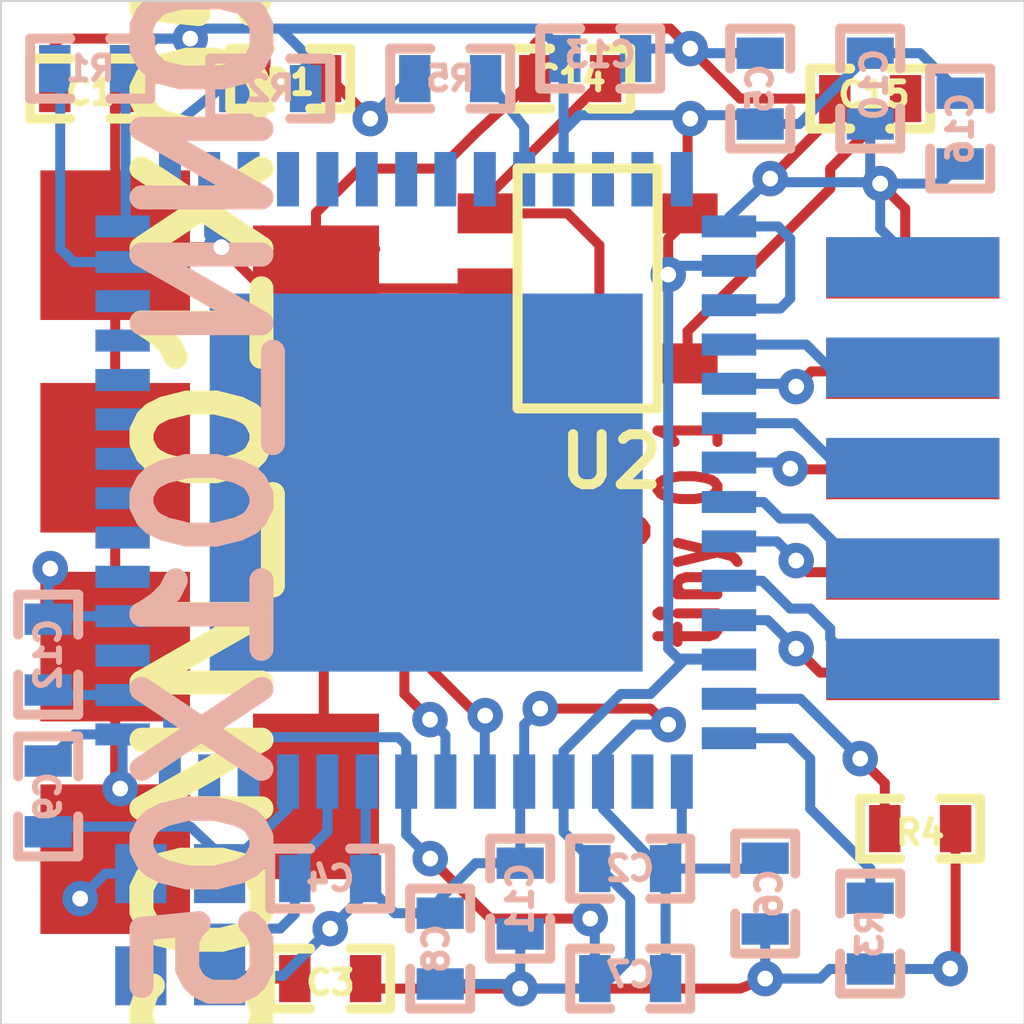
<source format=kicad_pcb>
(kicad_pcb (version 4) (host pcbnew 4.0.6+dfsg1-1)

  (general
    (links 85)
    (no_connects 0)
    (area 50.03038 32.773983 90.07094 61.842831)
    (thickness 1.6002)
    (drawings 10)
    (tracks 374)
    (zones 0)
    (modules 28)
    (nets 23)
  )

  (page User 152.4 101.6)
  (title_block
    (date 2017-09-07)
  )

  (layers
    (0 Front signal)
    (31 Back signal)
    (32 B.Adhes user hide)
    (33 F.Adhes user hide)
    (34 B.Paste user)
    (35 F.Paste user)
    (36 B.SilkS user hide)
    (37 F.SilkS user hide)
    (38 B.Mask user)
    (39 F.Mask user)
    (40 Dwgs.User user hide)
    (41 Cmts.User user hide)
    (42 Eco1.User user hide)
    (43 Eco2.User user hide)
    (44 Edge.Cuts user)
  )

  (setup
    (last_trace_width 0.127)
    (trace_clearance 0.1524)
    (zone_clearance 0.508)
    (zone_45_only no)
    (trace_min 0.127)
    (segment_width 0.381)
    (edge_width 0.381)
    (via_size 0.44958)
    (via_drill 0.20066)
    (via_min_size 0.44958)
    (via_min_drill 0.20066)
    (uvia_size 0.508)
    (uvia_drill 0.127)
    (uvias_allowed no)
    (uvia_min_size 0.508)
    (uvia_min_drill 0.127)
    (pcb_text_width 0.3048)
    (pcb_text_size 1.524 2.032)
    (mod_edge_width 0.381)
    (mod_text_size 1.524 1.524)
    (mod_text_width 0.3048)
    (pad_size 1.89992 1.89992)
    (pad_drill 0)
    (pad_to_mask_clearance 0.09906)
    (aux_axis_origin 0 0)
    (visible_elements FFFFFF19)
    (pcbplotparams
      (layerselection 0x010cc_80000001)
      (usegerberextensions true)
      (usegerberattributes true)
      (excludeedgelayer true)
      (linewidth 0.150000)
      (plotframeref false)
      (viasonmask false)
      (mode 1)
      (useauxorigin false)
      (hpglpennumber 1)
      (hpglpenspeed 20)
      (hpglpendiameter 15)
      (hpglpenoverlay 0)
      (psnegative false)
      (psa4output false)
      (plotreference false)
      (plotvalue false)
      (plotinvisibletext false)
      (padsonsilk false)
      (subtractmaskfromsilk false)
      (outputformat 1)
      (mirror false)
      (drillshape 0)
      (scaleselection 1)
      (outputdirectory ""))
  )

  (net 0 "")
  (net 1 +5V)
  (net 2 /DM)
  (net 3 /DP)
  (net 4 /PA0)
  (net 5 /PB0)
  (net 6 /PB1)
  (net 7 /PB2)
  (net 8 /PB3)
  (net 9 /PB4)
  (net 10 /PB5)
  (net 11 /PB6)
  (net 12 /PB7)
  (net 13 /RESET#)
  (net 14 /SCL)
  (net 15 /SDA)
  (net 16 /WAKEUP)
  (net 17 /XTALIN)
  (net 18 /XTALOUT)
  (net 19 GND)
  (net 20 +3V3)
  (net 21 "Net-(C15-Pad1)")
  (net 22 "Net-(D1-Pad1)")

  (net_class Default "This is the default net class."
    (clearance 0.1524)
    (trace_width 0.127)
    (via_dia 0.44958)
    (via_drill 0.20066)
    (uvia_dia 0.508)
    (uvia_drill 0.127)
    (add_net +3V3)
    (add_net +5V)
    (add_net /DM)
    (add_net /DP)
    (add_net /PA0)
    (add_net /PB0)
    (add_net /PB1)
    (add_net /PB2)
    (add_net /PB3)
    (add_net /PB4)
    (add_net /PB5)
    (add_net /PB6)
    (add_net /PB7)
    (add_net /RESET#)
    (add_net /SCL)
    (add_net /SDA)
    (add_net /WAKEUP)
    (add_net /XTALIN)
    (add_net /XTALOUT)
    (add_net GND)
    (add_net "Net-(C15-Pad1)")
    (add_net "Net-(D1-Pad1)")
  )

  (module SM0402 (layer Front) (tedit 4FCE909E) (tstamp 4FCBF572)
    (at 74.93 38.735 180)
    (path /4FCAA85F)
    (attr smd)
    (fp_text reference C14 (at 0 0 180) (layer F.SilkS)
      (effects (font (size 0.3048 0.3048) (thickness 0.0762)))
    )
    (fp_text value 1uF (at 0 -0.635 180) (layer F.SilkS) hide
      (effects (font (size 0.3048 0.3048) (thickness 0.0762)))
    )
    (fp_line (start -0.254 -0.381) (end -0.762 -0.381) (layer F.SilkS) (width 0.127))
    (fp_line (start -0.762 -0.381) (end -0.762 0.381) (layer F.SilkS) (width 0.127))
    (fp_line (start -0.762 0.381) (end -0.254 0.381) (layer F.SilkS) (width 0.127))
    (fp_line (start 0.254 -0.381) (end 0.762 -0.381) (layer F.SilkS) (width 0.127))
    (fp_line (start 0.762 -0.381) (end 0.762 0.381) (layer F.SilkS) (width 0.127))
    (fp_line (start 0.762 0.381) (end 0.254 0.381) (layer F.SilkS) (width 0.127))
    (pad 1 smd rect (at -0.44958 0 180) (size 0.39878 0.59944) (layers Front F.Paste F.Mask)
      (net 1 +5V))
    (pad 2 smd rect (at 0.44958 0 180) (size 0.39878 0.59944) (layers Front F.Paste F.Mask)
      (net 19 GND))
    (model smd\chip_cms.wrl
      (at (xyz 0 0 0.002))
      (scale (xyz 0.05 0.05 0.05))
      (rotate (xyz 0 0 0))
    )
  )

  (module SM0402 (layer Back) (tedit 4FCE9854) (tstamp 4FCBF566)
    (at 77.343 38.862 90)
    (path /4FCA9777)
    (attr smd)
    (fp_text reference C5 (at 0 0 90) (layer B.SilkS)
      (effects (font (size 0.3048 0.3048) (thickness 0.0762)) (justify mirror))
    )
    (fp_text value 100nF (at 0 0.635 90) (layer B.SilkS) hide
      (effects (font (size 0.3048 0.3048) (thickness 0.0762)) (justify mirror))
    )
    (fp_line (start -0.254 0.381) (end -0.762 0.381) (layer B.SilkS) (width 0.127))
    (fp_line (start -0.762 0.381) (end -0.762 -0.381) (layer B.SilkS) (width 0.127))
    (fp_line (start -0.762 -0.381) (end -0.254 -0.381) (layer B.SilkS) (width 0.127))
    (fp_line (start 0.254 0.381) (end 0.762 0.381) (layer B.SilkS) (width 0.127))
    (fp_line (start 0.762 0.381) (end 0.762 -0.381) (layer B.SilkS) (width 0.127))
    (fp_line (start 0.762 -0.381) (end 0.254 -0.381) (layer B.SilkS) (width 0.127))
    (pad 1 smd rect (at -0.44958 0 90) (size 0.39878 0.59944) (layers Back B.Paste B.Mask)
      (net 20 +3V3))
    (pad 2 smd rect (at 0.44958 0 90) (size 0.39878 0.59944) (layers Back B.Paste B.Mask)
      (net 19 GND))
    (model smd\chip_cms.wrl
      (at (xyz 0 0 0.002))
      (scale (xyz 0.05 0.05 0.05))
      (rotate (xyz 0 0 0))
    )
  )

  (module SM0402 (layer Front) (tedit 4FCE9564) (tstamp 4FCBF574)
    (at 71.374 38.735 180)
    (path /4FCAAEBC)
    (attr smd)
    (fp_text reference D1 (at 0 -0.04826 180) (layer F.SilkS)
      (effects (font (size 0.3048 0.3048) (thickness 0.0762)))
    )
    (fp_text value LED1 (at 0 -0.635 180) (layer F.SilkS) hide
      (effects (font (size 0.3048 0.3048) (thickness 0.0762)))
    )
    (fp_line (start -0.254 -0.381) (end -0.762 -0.381) (layer F.SilkS) (width 0.127))
    (fp_line (start -0.762 -0.381) (end -0.762 0.381) (layer F.SilkS) (width 0.127))
    (fp_line (start -0.762 0.381) (end -0.254 0.381) (layer F.SilkS) (width 0.127))
    (fp_line (start 0.254 -0.381) (end 0.762 -0.381) (layer F.SilkS) (width 0.127))
    (fp_line (start 0.762 -0.381) (end 0.762 0.381) (layer F.SilkS) (width 0.127))
    (fp_line (start 0.762 0.381) (end 0.254 0.381) (layer F.SilkS) (width 0.127))
    (pad 1 smd rect (at -0.44958 0 180) (size 0.39878 0.59944) (layers Front F.Paste F.Mask)
      (net 22 "Net-(D1-Pad1)"))
    (pad 2 smd rect (at 0.44958 0 180) (size 0.39878 0.59944) (layers Front F.Paste F.Mask)
      (net 19 GND))
    (model smd\chip_cms.wrl
      (at (xyz 0 0 0.002))
      (scale (xyz 0.05 0.05 0.05))
      (rotate (xyz 0 0 0))
    )
  )

  (module SOT23-5 (layer Front) (tedit 4FCE8523) (tstamp 4FCBF54B)
    (at 75.15098 41.39946 270)
    (path /4FCAA78E)
    (attr smd)
    (fp_text reference U2 (at 2.19964 -0.29972 360) (layer F.SilkS)
      (effects (font (size 0.635 0.635) (thickness 0.127)))
    )
    (fp_text value MIC5319 (at 18.2499 23.25116 270) (layer F.SilkS) hide
      (effects (font (size 0.635 0.635) (thickness 0.127)))
    )
    (fp_line (start 1.524 -0.889) (end 1.524 0.889) (layer F.SilkS) (width 0.127))
    (fp_line (start 1.524 0.889) (end -1.524 0.889) (layer F.SilkS) (width 0.127))
    (fp_line (start -1.524 0.889) (end -1.524 -0.889) (layer F.SilkS) (width 0.127))
    (fp_line (start -1.524 -0.889) (end 1.524 -0.889) (layer F.SilkS) (width 0.127))
    (pad 1 smd rect (at -0.9525 1.27 270) (size 0.508 0.762) (layers Front F.Paste F.Mask)
      (net 1 +5V))
    (pad 3 smd rect (at 0.9525 1.27 270) (size 0.508 0.762) (layers Front F.Paste F.Mask)
      (net 1 +5V))
    (pad 5 smd rect (at -0.9525 -1.27 270) (size 0.508 0.762) (layers Front F.Paste F.Mask)
      (net 20 +3V3))
    (pad 2 smd rect (at 0 1.27 270) (size 0.508 0.762) (layers Front F.Paste F.Mask)
      (net 19 GND))
    (pad 4 smd rect (at 0.9525 -1.27 270) (size 0.508 0.762) (layers Front F.Paste F.Mask)
      (net 21 "Net-(C15-Pad1)"))
    (model smd/SOT23_5.wrl
      (at (xyz 0 0 0))
      (scale (xyz 0.1 0.1 0.1))
      (rotate (xyz 0 0 0))
    )
  )

  (module QFN56 (layer Back) (tedit 4FCBF74A) (tstamp 4FCE8310)
    (at 73.1012 43.8658 270)
    (path /4FC8F245)
    (fp_text reference IC1 (at 0 -0.50038 270) (layer B.SilkS) hide
      (effects (font (thickness 0.3048)) (justify mirror))
    )
    (fp_text value CY7C68013A-56 (at 0.59944 21.69922 270) (layer B.SilkS) hide
      (effects (font (thickness 0.3048)) (justify mirror))
    )
    (pad "" smd rect (at 0 0 270) (size 4.8006 5.4991) (layers Back B.Paste B.Mask)
      (clearance 0.01016))
    (pad 28 smd rect (at -3.25374 -3.84556 270) (size 0.2794 0.69088) (layers Back B.Paste B.Mask)
      (net 19 GND) (clearance 0.09906))
    (pad 27 smd rect (at -2.75336 -3.84556 270) (size 0.2794 0.69088) (layers Back B.Paste B.Mask)
      (net 20 +3V3) (clearance 0.09906))
    (pad 26 smd rect (at -2.25298 -3.84556 270) (size 0.2794 0.69088) (layers Back B.Paste B.Mask)
      (net 19 GND) (clearance 0.09906))
    (pad 25 smd rect (at -1.7526 -3.84556 270) (size 0.2794 0.69088) (layers Back B.Paste B.Mask)
      (net 12 /PB7) (clearance 0.09906))
    (pad 24 smd rect (at -1.25476 -3.84556 270) (size 0.2794 0.69088) (layers Back B.Paste B.Mask)
      (net 11 /PB6) (clearance 0.09906))
    (pad 23 smd rect (at -0.75438 -3.84556 270) (size 0.2794 0.69088) (layers Back B.Paste B.Mask)
      (net 10 /PB5) (clearance 0.09906))
    (pad 22 smd rect (at -0.254 -3.84556 270) (size 0.2794 0.69088) (layers Back B.Paste B.Mask)
      (net 9 /PB4) (clearance 0.09906))
    (pad 21 smd rect (at 0.24638 -3.84556 270) (size 0.2794 0.69088) (layers Back B.Paste B.Mask)
      (net 8 /PB3) (clearance 0.09906))
    (pad 20 smd rect (at 0.74676 -3.84556 270) (size 0.2794 0.69088) (layers Back B.Paste B.Mask)
      (net 7 /PB2) (clearance 0.09906))
    (pad 19 smd rect (at 1.24714 -3.84556 270) (size 0.2794 0.69088) (layers Back B.Paste B.Mask)
      (net 6 /PB1) (clearance 0.09906))
    (pad 18 smd rect (at 1.74752 -3.84556 270) (size 0.2794 0.69088) (layers Back B.Paste B.Mask)
      (net 5 /PB0) (clearance 0.09906))
    (pad 17 smd rect (at 2.2479 -3.84556 270) (size 0.2794 0.69088) (layers Back B.Paste B.Mask)
      (net 20 +3V3) (clearance 0.09906))
    (pad 16 smd rect (at 2.74574 -3.84556 270) (size 0.2794 0.69088) (layers Back B.Paste B.Mask)
      (net 15 /SDA) (clearance 0.09906))
    (pad 15 smd rect (at 3.24612 -3.84556 270) (size 0.2794 0.69088) (layers Back B.Paste B.Mask)
      (net 14 /SCL) (clearance 0.09906))
    (pad 29 smd rect (at -3.85318 -3.24612 270) (size 0.69088 0.2794) (layers Back B.Paste B.Mask)
      (clearance 0.09906))
    (pad 30 smd rect (at -3.85318 -2.74574 270) (size 0.69088 0.2794) (layers Back B.Paste B.Mask)
      (clearance 0.09906))
    (pad 31 smd rect (at -3.85318 -2.24536 270) (size 0.69088 0.2794) (layers Back B.Paste B.Mask)
      (clearance 0.09906))
    (pad 32 smd rect (at -3.85318 -1.74498 270) (size 0.69088 0.2794) (layers Back B.Paste B.Mask)
      (net 20 +3V3) (clearance 0.09906))
    (pad 33 smd rect (at -3.85318 -1.2446 270) (size 0.69088 0.2794) (layers Back B.Paste B.Mask)
      (net 4 /PA0) (clearance 0.09906))
    (pad 34 smd rect (at -3.85318 -0.74422 270) (size 0.69088 0.2794) (layers Back B.Paste B.Mask)
      (clearance 0.09906))
    (pad 35 smd rect (at -3.85318 -0.24384 270) (size 0.69088 0.2794) (layers Back B.Paste B.Mask)
      (clearance 0.09906))
    (pad 36 smd rect (at -3.85318 0.254 270) (size 0.69088 0.2794) (layers Back B.Paste B.Mask)
      (clearance 0.09906))
    (pad 37 smd rect (at -3.85318 0.75438 270) (size 0.69088 0.2794) (layers Back B.Paste B.Mask)
      (clearance 0.09906))
    (pad 38 smd rect (at -3.85318 1.25476 270) (size 0.69088 0.2794) (layers Back B.Paste B.Mask)
      (clearance 0.09906))
    (pad 39 smd rect (at -3.85318 1.75514 270) (size 0.69088 0.2794) (layers Back B.Paste B.Mask)
      (clearance 0.09906))
    (pad 40 smd rect (at -3.85318 2.25552 270) (size 0.69088 0.2794) (layers Back B.Paste B.Mask)
      (clearance 0.09906))
    (pad 41 smd rect (at -3.85318 2.7559 270) (size 0.69088 0.2794) (layers Back B.Paste B.Mask)
      (net 19 GND) (clearance 0.09906))
    (pad 42 smd rect (at -3.85318 3.25374 270) (size 0.69088 0.2794) (layers Back B.Paste B.Mask)
      (net 13 /RESET#) (clearance 0.09906))
    (pad 43 smd rect (at -3.25374 3.85572 270) (size 0.2794 0.69088) (layers Back B.Paste B.Mask)
      (net 20 +3V3) (clearance 0.09906))
    (pad 44 smd rect (at -2.80162 3.85572 270) (size 0.2794 0.69088) (layers Back B.Paste B.Mask)
      (net 16 /WAKEUP) (clearance 0.09906))
    (pad 45 smd rect (at -2.30378 3.85572 270) (size 0.2794 0.69088) (layers Back B.Paste B.Mask)
      (clearance 0.09906))
    (pad 46 smd rect (at -1.8034 3.85572 270) (size 0.2794 0.69088) (layers Back B.Paste B.Mask)
      (clearance 0.09906))
    (pad 47 smd rect (at -1.30302 3.85572 270) (size 0.2794 0.69088) (layers Back B.Paste B.Mask)
      (clearance 0.09906))
    (pad 48 smd rect (at -0.80264 3.85572 270) (size 0.2794 0.69088) (layers Back B.Paste B.Mask)
      (clearance 0.09906))
    (pad 49 smd rect (at -0.30226 3.85572 270) (size 0.2794 0.69088) (layers Back B.Paste B.Mask)
      (clearance 0.09906))
    (pad 50 smd rect (at 0.19812 3.85572 270) (size 0.2794 0.69088) (layers Back B.Paste B.Mask)
      (clearance 0.09906))
    (pad 51 smd rect (at 0.6985 3.85572 270) (size 0.2794 0.69088) (layers Back B.Paste B.Mask)
      (clearance 0.09906))
    (pad 52 smd rect (at 1.19634 3.85572 270) (size 0.2794 0.69088) (layers Back B.Paste B.Mask)
      (clearance 0.09906))
    (pad 53 smd rect (at 1.69672 3.85572 270) (size 0.2794 0.69088) (layers Back B.Paste B.Mask)
      (net 19 GND) (clearance 0.09906))
    (pad 54 smd rect (at 2.1971 3.85572 270) (size 0.2794 0.69088) (layers Back B.Paste B.Mask)
      (clearance 0.09906))
    (pad 55 smd rect (at 2.69748 3.85572 270) (size 0.2794 0.69088) (layers Back B.Paste B.Mask)
      (net 20 +3V3) (clearance 0.09906))
    (pad 56 smd rect (at 3.19786 3.85572 270) (size 0.2794 0.69088) (layers Back B.Paste B.Mask)
      (net 19 GND) (clearance 0.09906))
    (pad 1 smd rect (at 3.7973 3.25628 270) (size 0.69088 0.2794) (layers Back B.Paste B.Mask)
      (clearance 0.09906))
    (pad 2 smd rect (at 3.7973 2.7559 270) (size 0.69088 0.2794) (layers Back B.Paste B.Mask)
      (clearance 0.09906))
    (pad 3 smd rect (at 3.7973 2.25552 270) (size 0.69088 0.2794) (layers Back B.Paste B.Mask)
      (net 20 +3V3) (clearance 0.09906))
    (pad 4 smd rect (at 3.7973 1.75514 270) (size 0.69088 0.2794) (layers Back B.Paste B.Mask)
      (net 18 /XTALOUT) (clearance 0.09906))
    (pad 5 smd rect (at 3.7973 1.25476 270) (size 0.69088 0.2794) (layers Back B.Paste B.Mask)
      (net 17 /XTALIN) (clearance 0.09906))
    (pad 6 smd rect (at 3.7973 0.75438 270) (size 0.69088 0.2794) (layers Back B.Paste B.Mask)
      (net 19 GND) (clearance 0.09906))
    (pad 7 smd rect (at 3.7973 0.254 270) (size 0.69088 0.2794) (layers Back B.Paste B.Mask)
      (net 20 +3V3) (clearance 0.09906))
    (pad 8 smd rect (at 3.7973 -0.24384 270) (size 0.69088 0.2794) (layers Back B.Paste B.Mask)
      (net 3 /DP) (clearance 0.09906))
    (pad 9 smd rect (at 3.7973 -0.74422 270) (size 0.69088 0.2794) (layers Back B.Paste B.Mask)
      (net 2 /DM) (clearance 0.09906))
    (pad 10 smd rect (at 3.7973 -1.2446 270) (size 0.69088 0.2794) (layers Back B.Paste B.Mask)
      (net 19 GND) (clearance 0.09906))
    (pad 11 smd rect (at 3.7973 -1.74498 270) (size 0.69088 0.2794) (layers Back B.Paste B.Mask)
      (net 20 +3V3) (clearance 0.09906))
    (pad 12 smd rect (at 3.7973 -2.24536 270) (size 0.69088 0.2794) (layers Back B.Paste B.Mask)
      (net 19 GND) (clearance 0.09906))
    (pad 13 smd rect (at 3.7973 -2.74574 270) (size 0.69088 0.2794) (layers Back B.Paste B.Mask)
      (clearance 0.09906))
    (pad 14 smd rect (at 3.7973 -3.24612 270) (size 0.69088 0.2794) (layers Back B.Paste B.Mask)
      (net 19 GND) (clearance 0.09906))
  )

  (module SM0402 (layer Back) (tedit 4FCE9096) (tstamp 4FCBF580)
    (at 79.883 39.37 270)
    (path /4FCAA863)
    (attr smd)
    (fp_text reference C16 (at 0 0 270) (layer B.SilkS)
      (effects (font (size 0.3048 0.3048) (thickness 0.0762)) (justify mirror))
    )
    (fp_text value 2.2uF (at 0 0.635 270) (layer B.SilkS) hide
      (effects (font (size 0.3048 0.3048) (thickness 0.0762)) (justify mirror))
    )
    (fp_line (start -0.254 0.381) (end -0.762 0.381) (layer B.SilkS) (width 0.127))
    (fp_line (start -0.762 0.381) (end -0.762 -0.381) (layer B.SilkS) (width 0.127))
    (fp_line (start -0.762 -0.381) (end -0.254 -0.381) (layer B.SilkS) (width 0.127))
    (fp_line (start 0.254 0.381) (end 0.762 0.381) (layer B.SilkS) (width 0.127))
    (fp_line (start 0.762 0.381) (end 0.762 -0.381) (layer B.SilkS) (width 0.127))
    (fp_line (start 0.762 -0.381) (end 0.254 -0.381) (layer B.SilkS) (width 0.127))
    (pad 1 smd rect (at -0.44958 0 270) (size 0.39878 0.59944) (layers Back B.Paste B.Mask)
      (net 20 +3V3))
    (pad 2 smd rect (at 0.44958 0 270) (size 0.39878 0.59944) (layers Back B.Paste B.Mask)
      (net 19 GND))
    (model smd\chip_cms.wrl
      (at (xyz 0 0 0.002))
      (scale (xyz 0.05 0.05 0.05))
      (rotate (xyz 0 0 0))
    )
  )

  (module SM0402 (layer Front) (tedit 4FCE90A1) (tstamp 4FCBF570)
    (at 78.74 38.989 180)
    (path /4FCAA86B)
    (attr smd)
    (fp_text reference C15 (at -0.04826 0.0508 180) (layer F.SilkS)
      (effects (font (size 0.3048 0.3048) (thickness 0.0762)))
    )
    (fp_text value 100nF (at 0 -0.635 180) (layer F.SilkS) hide
      (effects (font (size 0.3048 0.3048) (thickness 0.0762)))
    )
    (fp_line (start -0.254 -0.381) (end -0.762 -0.381) (layer F.SilkS) (width 0.127))
    (fp_line (start -0.762 -0.381) (end -0.762 0.381) (layer F.SilkS) (width 0.127))
    (fp_line (start -0.762 0.381) (end -0.254 0.381) (layer F.SilkS) (width 0.127))
    (fp_line (start 0.254 -0.381) (end 0.762 -0.381) (layer F.SilkS) (width 0.127))
    (fp_line (start 0.762 -0.381) (end 0.762 0.381) (layer F.SilkS) (width 0.127))
    (fp_line (start 0.762 0.381) (end 0.254 0.381) (layer F.SilkS) (width 0.127))
    (pad 1 smd rect (at -0.44958 0 180) (size 0.39878 0.59944) (layers Front F.Paste F.Mask)
      (net 21 "Net-(C15-Pad1)"))
    (pad 2 smd rect (at 0.44958 0 180) (size 0.39878 0.59944) (layers Front F.Paste F.Mask)
      (net 19 GND))
    (model smd\chip_cms.wrl
      (at (xyz 0 0 0.002))
      (scale (xyz 0.05 0.05 0.05))
      (rotate (xyz 0 0 0))
    )
  )

  (module SM0402 (layer Back) (tedit 4FCE909B) (tstamp 4FCBF56E)
    (at 75.311 38.481)
    (path /4FCA97A0)
    (attr smd)
    (fp_text reference C13 (at 0 -0.0508) (layer B.SilkS)
      (effects (font (size 0.3048 0.3048) (thickness 0.0762)) (justify mirror))
    )
    (fp_text value 100nF (at 0 0.635) (layer B.SilkS) hide
      (effects (font (size 0.3048 0.3048) (thickness 0.0762)) (justify mirror))
    )
    (fp_line (start -0.254 0.381) (end -0.762 0.381) (layer B.SilkS) (width 0.127))
    (fp_line (start -0.762 0.381) (end -0.762 -0.381) (layer B.SilkS) (width 0.127))
    (fp_line (start -0.762 -0.381) (end -0.254 -0.381) (layer B.SilkS) (width 0.127))
    (fp_line (start 0.254 0.381) (end 0.762 0.381) (layer B.SilkS) (width 0.127))
    (fp_line (start 0.762 0.381) (end 0.762 -0.381) (layer B.SilkS) (width 0.127))
    (fp_line (start 0.762 -0.381) (end 0.254 -0.381) (layer B.SilkS) (width 0.127))
    (pad 1 smd rect (at -0.44958 0) (size 0.39878 0.59944) (layers Back B.Paste B.Mask)
      (net 20 +3V3))
    (pad 2 smd rect (at 0.44958 0) (size 0.39878 0.59944) (layers Back B.Paste B.Mask)
      (net 19 GND))
    (model smd\chip_cms.wrl
      (at (xyz 0 0 0.002))
      (scale (xyz 0.05 0.05 0.05))
      (rotate (xyz 0 0 0))
    )
  )

  (module SM0402 (layer Back) (tedit 4FCE9094) (tstamp 4FCBF56A)
    (at 71.12 38.862 180)
    (path /4FCAA3E6)
    (attr smd)
    (fp_text reference R2 (at 0 0 180) (layer B.SilkS)
      (effects (font (size 0.3048 0.3048) (thickness 0.0762)) (justify mirror))
    )
    (fp_text value 2K7 (at 0 0.635 180) (layer B.SilkS) hide
      (effects (font (size 0.3048 0.3048) (thickness 0.0762)) (justify mirror))
    )
    (fp_line (start -0.254 0.381) (end -0.762 0.381) (layer B.SilkS) (width 0.127))
    (fp_line (start -0.762 0.381) (end -0.762 -0.381) (layer B.SilkS) (width 0.127))
    (fp_line (start -0.762 -0.381) (end -0.254 -0.381) (layer B.SilkS) (width 0.127))
    (fp_line (start 0.254 0.381) (end 0.762 0.381) (layer B.SilkS) (width 0.127))
    (fp_line (start 0.762 0.381) (end 0.762 -0.381) (layer B.SilkS) (width 0.127))
    (fp_line (start 0.762 -0.381) (end 0.254 -0.381) (layer B.SilkS) (width 0.127))
    (pad 1 smd rect (at -0.44958 0 180) (size 0.39878 0.59944) (layers Back B.Paste B.Mask)
      (net 20 +3V3))
    (pad 2 smd rect (at 0.44958 0 180) (size 0.39878 0.59944) (layers Back B.Paste B.Mask)
      (net 13 /RESET#))
    (model smd\chip_cms.wrl
      (at (xyz 0 0 0.002))
      (scale (xyz 0.05 0.05 0.05))
      (rotate (xyz 0 0 0))
    )
  )

  (module SM0402 (layer Back) (tedit 4FCE90AA) (tstamp 4FCBF54C)
    (at 78.74 38.862 270)
    (path /4FCA9724)
    (attr smd)
    (fp_text reference C10 (at -0.0508 -0.0508 270) (layer B.SilkS)
      (effects (font (size 0.3048 0.3048) (thickness 0.0762)) (justify mirror))
    )
    (fp_text value 100nF (at 0 0.635 270) (layer B.SilkS) hide
      (effects (font (size 0.3048 0.3048) (thickness 0.0762)) (justify mirror))
    )
    (fp_line (start -0.254 0.381) (end -0.762 0.381) (layer B.SilkS) (width 0.127))
    (fp_line (start -0.762 0.381) (end -0.762 -0.381) (layer B.SilkS) (width 0.127))
    (fp_line (start -0.762 -0.381) (end -0.254 -0.381) (layer B.SilkS) (width 0.127))
    (fp_line (start 0.254 0.381) (end 0.762 0.381) (layer B.SilkS) (width 0.127))
    (fp_line (start 0.762 0.381) (end 0.762 -0.381) (layer B.SilkS) (width 0.127))
    (fp_line (start 0.762 -0.381) (end 0.254 -0.381) (layer B.SilkS) (width 0.127))
    (pad 1 smd rect (at -0.44958 0 270) (size 0.39878 0.59944) (layers Back B.Paste B.Mask)
      (net 20 +3V3))
    (pad 2 smd rect (at 0.44958 0 270) (size 0.39878 0.59944) (layers Back B.Paste B.Mask)
      (net 19 GND))
    (model smd\chip_cms.wrl
      (at (xyz 0 0 0.002))
      (scale (xyz 0.05 0.05 0.05))
      (rotate (xyz 0 0 0))
    )
  )

  (module SM0402 (layer Back) (tedit 4FCE9060) (tstamp 4FCE905B)
    (at 75.692 50.165)
    (path /4FCA9793)
    (attr smd)
    (fp_text reference C7 (at 0 -0.0508) (layer B.SilkS)
      (effects (font (size 0.3048 0.3048) (thickness 0.0762)) (justify mirror))
    )
    (fp_text value 100nF (at 0 0.635) (layer B.SilkS) hide
      (effects (font (size 0.3048 0.3048) (thickness 0.0762)) (justify mirror))
    )
    (fp_line (start -0.254 0.381) (end -0.762 0.381) (layer B.SilkS) (width 0.127))
    (fp_line (start -0.762 0.381) (end -0.762 -0.381) (layer B.SilkS) (width 0.127))
    (fp_line (start -0.762 -0.381) (end -0.254 -0.381) (layer B.SilkS) (width 0.127))
    (fp_line (start 0.254 0.381) (end 0.762 0.381) (layer B.SilkS) (width 0.127))
    (fp_line (start 0.762 0.381) (end 0.762 -0.381) (layer B.SilkS) (width 0.127))
    (fp_line (start 0.762 -0.381) (end 0.254 -0.381) (layer B.SilkS) (width 0.127))
    (pad 1 smd rect (at -0.44958 0) (size 0.39878 0.59944) (layers Back B.Paste B.Mask)
      (net 20 +3V3))
    (pad 2 smd rect (at 0.44958 0) (size 0.39878 0.59944) (layers Back B.Paste B.Mask)
      (net 19 GND))
    (model smd\chip_cms.wrl
      (at (xyz 0 0 0.002))
      (scale (xyz 0.05 0.05 0.05))
      (rotate (xyz 0 0 0))
    )
  )

  (module SM0402 (layer Back) (tedit 4FCE9076) (tstamp 4FCBF564)
    (at 75.692 48.768)
    (path /4FCA96AB)
    (attr smd)
    (fp_text reference C2 (at -0.00254 -0.00254) (layer B.SilkS)
      (effects (font (size 0.3048 0.3048) (thickness 0.0762)) (justify mirror))
    )
    (fp_text value 100nF (at 0 0.635) (layer B.SilkS) hide
      (effects (font (size 0.3048 0.3048) (thickness 0.0762)) (justify mirror))
    )
    (fp_line (start -0.254 0.381) (end -0.762 0.381) (layer B.SilkS) (width 0.127))
    (fp_line (start -0.762 0.381) (end -0.762 -0.381) (layer B.SilkS) (width 0.127))
    (fp_line (start -0.762 -0.381) (end -0.254 -0.381) (layer B.SilkS) (width 0.127))
    (fp_line (start 0.254 0.381) (end 0.762 0.381) (layer B.SilkS) (width 0.127))
    (fp_line (start 0.762 0.381) (end 0.762 -0.381) (layer B.SilkS) (width 0.127))
    (fp_line (start 0.762 -0.381) (end 0.254 -0.381) (layer B.SilkS) (width 0.127))
    (pad 1 smd rect (at -0.44958 0) (size 0.39878 0.59944) (layers Back B.Paste B.Mask)
      (net 20 +3V3))
    (pad 2 smd rect (at 0.44958 0) (size 0.39878 0.59944) (layers Back B.Paste B.Mask)
      (net 19 GND))
    (model smd\chip_cms.wrl
      (at (xyz 0 0 0.002))
      (scale (xyz 0.05 0.05 0.05))
      (rotate (xyz 0 0 0))
    )
  )

  (module SM0402 (layer Back) (tedit 4FCE907D) (tstamp 515DB414)
    (at 68.3006 46.0502 90)
    (path /4FCA9799)
    (attr smd)
    (fp_text reference C12 (at 0 0 90) (layer B.SilkS)
      (effects (font (size 0.3048 0.3048) (thickness 0.0762)) (justify mirror))
    )
    (fp_text value 100nF (at 0 0.635 90) (layer B.SilkS) hide
      (effects (font (size 0.3048 0.3048) (thickness 0.0762)) (justify mirror))
    )
    (fp_line (start -0.254 0.381) (end -0.762 0.381) (layer B.SilkS) (width 0.127))
    (fp_line (start -0.762 0.381) (end -0.762 -0.381) (layer B.SilkS) (width 0.127))
    (fp_line (start -0.762 -0.381) (end -0.254 -0.381) (layer B.SilkS) (width 0.127))
    (fp_line (start 0.254 0.381) (end 0.762 0.381) (layer B.SilkS) (width 0.127))
    (fp_line (start 0.762 0.381) (end 0.762 -0.381) (layer B.SilkS) (width 0.127))
    (fp_line (start 0.762 -0.381) (end 0.254 -0.381) (layer B.SilkS) (width 0.127))
    (pad 1 smd rect (at -0.44958 0 90) (size 0.39878 0.59944) (layers Back B.Paste B.Mask)
      (net 20 +3V3))
    (pad 2 smd rect (at 0.44958 0 90) (size 0.39878 0.59944) (layers Back B.Paste B.Mask)
      (net 19 GND))
    (model smd\chip_cms.wrl
      (at (xyz 0 0 0.002))
      (scale (xyz 0.05 0.05 0.05))
      (rotate (xyz 0 0 0))
    )
  )

  (module SM0402 (layer Back) (tedit 4FCE9086) (tstamp 4FCBF560)
    (at 74.295 49.149 90)
    (path /4FCA9C86)
    (attr smd)
    (fp_text reference C11 (at -0.00254 0 90) (layer B.SilkS)
      (effects (font (size 0.3048 0.3048) (thickness 0.0762)) (justify mirror))
    )
    (fp_text value 100nF (at 0 0.635 90) (layer B.SilkS) hide
      (effects (font (size 0.3048 0.3048) (thickness 0.0762)) (justify mirror))
    )
    (fp_line (start -0.254 0.381) (end -0.762 0.381) (layer B.SilkS) (width 0.127))
    (fp_line (start -0.762 0.381) (end -0.762 -0.381) (layer B.SilkS) (width 0.127))
    (fp_line (start -0.762 -0.381) (end -0.254 -0.381) (layer B.SilkS) (width 0.127))
    (fp_line (start 0.254 0.381) (end 0.762 0.381) (layer B.SilkS) (width 0.127))
    (fp_line (start 0.762 0.381) (end 0.762 -0.381) (layer B.SilkS) (width 0.127))
    (fp_line (start 0.762 -0.381) (end 0.254 -0.381) (layer B.SilkS) (width 0.127))
    (pad 1 smd rect (at -0.44958 0 90) (size 0.39878 0.59944) (layers Back B.Paste B.Mask)
      (net 20 +3V3))
    (pad 2 smd rect (at 0.44958 0 90) (size 0.39878 0.59944) (layers Back B.Paste B.Mask)
      (net 19 GND))
    (model smd\chip_cms.wrl
      (at (xyz 0 0 0.002))
      (scale (xyz 0.05 0.05 0.05))
      (rotate (xyz 0 0 0))
    )
  )

  (module SM0402 (layer Back) (tedit 4FCE90AC) (tstamp 4FCBF55E)
    (at 77.4065 49.0855 90)
    (path /4FCA9C79)
    (attr smd)
    (fp_text reference C6 (at 0 0.0508 90) (layer B.SilkS)
      (effects (font (size 0.3048 0.3048) (thickness 0.0762)) (justify mirror))
    )
    (fp_text value 2.2uF (at 0 0.635 90) (layer B.SilkS) hide
      (effects (font (size 0.3048 0.3048) (thickness 0.0762)) (justify mirror))
    )
    (fp_line (start -0.254 0.381) (end -0.762 0.381) (layer B.SilkS) (width 0.127))
    (fp_line (start -0.762 0.381) (end -0.762 -0.381) (layer B.SilkS) (width 0.127))
    (fp_line (start -0.762 -0.381) (end -0.254 -0.381) (layer B.SilkS) (width 0.127))
    (fp_line (start 0.254 0.381) (end 0.762 0.381) (layer B.SilkS) (width 0.127))
    (fp_line (start 0.762 0.381) (end 0.762 -0.381) (layer B.SilkS) (width 0.127))
    (fp_line (start 0.762 -0.381) (end 0.254 -0.381) (layer B.SilkS) (width 0.127))
    (pad 1 smd rect (at -0.44958 0 90) (size 0.39878 0.59944) (layers Back B.Paste B.Mask)
      (net 20 +3V3))
    (pad 2 smd rect (at 0.44958 0 90) (size 0.39878 0.59944) (layers Back B.Paste B.Mask)
      (net 19 GND))
    (model smd\chip_cms.wrl
      (at (xyz 0 0 0.002))
      (scale (xyz 0.05 0.05 0.05))
      (rotate (xyz 0 0 0))
    )
  )

  (module SM0402 (layer Back) (tedit 4FCE908E) (tstamp 4FCBF55C)
    (at 71.882 48.895)
    (path /4FC8F6F8)
    (attr smd)
    (fp_text reference C4 (at 0 0) (layer B.SilkS)
      (effects (font (size 0.3048 0.3048) (thickness 0.0762)) (justify mirror))
    )
    (fp_text value 12pF (at 0 0.635) (layer B.SilkS) hide
      (effects (font (size 0.3048 0.3048) (thickness 0.0762)) (justify mirror))
    )
    (fp_line (start -0.254 0.381) (end -0.762 0.381) (layer B.SilkS) (width 0.127))
    (fp_line (start -0.762 0.381) (end -0.762 -0.381) (layer B.SilkS) (width 0.127))
    (fp_line (start -0.762 -0.381) (end -0.254 -0.381) (layer B.SilkS) (width 0.127))
    (fp_line (start 0.254 0.381) (end 0.762 0.381) (layer B.SilkS) (width 0.127))
    (fp_line (start 0.762 0.381) (end 0.762 -0.381) (layer B.SilkS) (width 0.127))
    (fp_line (start 0.762 -0.381) (end 0.254 -0.381) (layer B.SilkS) (width 0.127))
    (pad 1 smd rect (at -0.44958 0) (size 0.39878 0.59944) (layers Back B.Paste B.Mask)
      (net 17 /XTALIN))
    (pad 2 smd rect (at 0.44958 0) (size 0.39878 0.59944) (layers Back B.Paste B.Mask)
      (net 19 GND))
    (model smd\chip_cms.wrl
      (at (xyz 0 0 0.002))
      (scale (xyz 0.05 0.05 0.05))
      (rotate (xyz 0 0 0))
    )
  )

  (module SM0402 (layer Back) (tedit 4FCE90AE) (tstamp 4FCBF55A)
    (at 68.3006 47.85106 90)
    (path /4FC8F6F5)
    (attr smd)
    (fp_text reference C9 (at 0 0 90) (layer B.SilkS)
      (effects (font (size 0.3048 0.3048) (thickness 0.0762)) (justify mirror))
    )
    (fp_text value 12pF (at 0 0.635 90) (layer B.SilkS) hide
      (effects (font (size 0.3048 0.3048) (thickness 0.0762)) (justify mirror))
    )
    (fp_line (start -0.254 0.381) (end -0.762 0.381) (layer B.SilkS) (width 0.127))
    (fp_line (start -0.762 0.381) (end -0.762 -0.381) (layer B.SilkS) (width 0.127))
    (fp_line (start -0.762 -0.381) (end -0.254 -0.381) (layer B.SilkS) (width 0.127))
    (fp_line (start 0.254 0.381) (end 0.762 0.381) (layer B.SilkS) (width 0.127))
    (fp_line (start 0.762 0.381) (end 0.762 -0.381) (layer B.SilkS) (width 0.127))
    (fp_line (start 0.762 -0.381) (end 0.254 -0.381) (layer B.SilkS) (width 0.127))
    (pad 1 smd rect (at -0.44958 0 90) (size 0.39878 0.59944) (layers Back B.Paste B.Mask)
      (net 18 /XTALOUT))
    (pad 2 smd rect (at 0.44958 0 90) (size 0.39878 0.59944) (layers Back B.Paste B.Mask)
      (net 19 GND))
    (model smd\chip_cms.wrl
      (at (xyz 0 0 0.002))
      (scale (xyz 0.05 0.05 0.05))
      (rotate (xyz 0 0 0))
    )
  )

  (module SM0402 (layer Front) (tedit 4FCE9081) (tstamp 4FCE9F16)
    (at 68.834 38.862)
    (path /4FCBEB98)
    (attr smd)
    (fp_text reference C1 (at 0 0.04826) (layer F.SilkS)
      (effects (font (size 0.3048 0.3048) (thickness 0.0762)))
    )
    (fp_text value 1uF (at 0 -0.635) (layer F.SilkS) hide
      (effects (font (size 0.3048 0.3048) (thickness 0.0762)))
    )
    (fp_line (start -0.254 -0.381) (end -0.762 -0.381) (layer F.SilkS) (width 0.127))
    (fp_line (start -0.762 -0.381) (end -0.762 0.381) (layer F.SilkS) (width 0.127))
    (fp_line (start -0.762 0.381) (end -0.254 0.381) (layer F.SilkS) (width 0.127))
    (fp_line (start 0.254 -0.381) (end 0.762 -0.381) (layer F.SilkS) (width 0.127))
    (fp_line (start 0.762 -0.381) (end 0.762 0.381) (layer F.SilkS) (width 0.127))
    (fp_line (start 0.762 0.381) (end 0.254 0.381) (layer F.SilkS) (width 0.127))
    (pad 1 smd rect (at -0.44958 0) (size 0.39878 0.59944) (layers Front F.Paste F.Mask)
      (net 20 +3V3))
    (pad 2 smd rect (at 0.44958 0) (size 0.39878 0.59944) (layers Front F.Paste F.Mask)
      (net 19 GND))
    (model smd\chip_cms.wrl
      (at (xyz 0 0 0.002))
      (scale (xyz 0.05 0.05 0.05))
      (rotate (xyz 0 0 0))
    )
  )

  (module SM0402 (layer Back) (tedit 4FCE9556) (tstamp 4FCBF556)
    (at 68.834 38.608 180)
    (path /4FCA95B2)
    (attr smd)
    (fp_text reference R1 (at 0 0 180) (layer B.SilkS)
      (effects (font (size 0.3048 0.3048) (thickness 0.0762)) (justify mirror))
    )
    (fp_text value 100K (at 0 0.635 180) (layer B.SilkS) hide
      (effects (font (size 0.3048 0.3048) (thickness 0.0762)) (justify mirror))
    )
    (fp_line (start -0.254 0.381) (end -0.762 0.381) (layer B.SilkS) (width 0.127))
    (fp_line (start -0.762 0.381) (end -0.762 -0.381) (layer B.SilkS) (width 0.127))
    (fp_line (start -0.762 -0.381) (end -0.254 -0.381) (layer B.SilkS) (width 0.127))
    (fp_line (start 0.254 0.381) (end 0.762 0.381) (layer B.SilkS) (width 0.127))
    (fp_line (start 0.762 0.381) (end 0.762 -0.381) (layer B.SilkS) (width 0.127))
    (fp_line (start 0.762 -0.381) (end 0.254 -0.381) (layer B.SilkS) (width 0.127))
    (pad 1 smd rect (at -0.44958 0 180) (size 0.39878 0.59944) (layers Back B.Paste B.Mask)
      (net 20 +3V3))
    (pad 2 smd rect (at 0.44958 0 180) (size 0.39878 0.59944) (layers Back B.Paste B.Mask)
      (net 16 /WAKEUP))
    (model smd\chip_cms.wrl
      (at (xyz 0 0 0.002))
      (scale (xyz 0.05 0.05 0.05))
      (rotate (xyz 0 0 0))
    )
  )

  (module SM0402 (layer Front) (tedit 4FCE90B3) (tstamp 4FCBF552)
    (at 79.375 48.26)
    (path /4FCA93BD)
    (attr smd)
    (fp_text reference R4 (at 0 0.0508) (layer F.SilkS)
      (effects (font (size 0.3048 0.3048) (thickness 0.0762)))
    )
    (fp_text value 2K7 (at 0 -0.635) (layer F.SilkS) hide
      (effects (font (size 0.3048 0.3048) (thickness 0.0762)))
    )
    (fp_line (start -0.254 -0.381) (end -0.762 -0.381) (layer F.SilkS) (width 0.127))
    (fp_line (start -0.762 -0.381) (end -0.762 0.381) (layer F.SilkS) (width 0.127))
    (fp_line (start -0.762 0.381) (end -0.254 0.381) (layer F.SilkS) (width 0.127))
    (fp_line (start 0.254 -0.381) (end 0.762 -0.381) (layer F.SilkS) (width 0.127))
    (fp_line (start 0.762 -0.381) (end 0.762 0.381) (layer F.SilkS) (width 0.127))
    (fp_line (start 0.762 0.381) (end 0.254 0.381) (layer F.SilkS) (width 0.127))
    (pad 1 smd rect (at -0.44958 0) (size 0.39878 0.59944) (layers Front F.Paste F.Mask)
      (net 15 /SDA))
    (pad 2 smd rect (at 0.44958 0) (size 0.39878 0.59944) (layers Front F.Paste F.Mask)
      (net 20 +3V3))
    (model smd\chip_cms.wrl
      (at (xyz 0 0 0.002))
      (scale (xyz 0.05 0.05 0.05))
      (rotate (xyz 0 0 0))
    )
  )

  (module SM0402 (layer Front) (tedit 4FCE905E) (tstamp 4FCBF550)
    (at 71.882 50.165 180)
    (path /4FCA9C5D)
    (attr smd)
    (fp_text reference C3 (at -0.00254 -0.0508 180) (layer F.SilkS)
      (effects (font (size 0.3048 0.3048) (thickness 0.0762)))
    )
    (fp_text value 2.2uF (at 0 -0.635 180) (layer F.SilkS) hide
      (effects (font (size 0.3048 0.3048) (thickness 0.0762)))
    )
    (fp_line (start -0.254 -0.381) (end -0.762 -0.381) (layer F.SilkS) (width 0.127))
    (fp_line (start -0.762 -0.381) (end -0.762 0.381) (layer F.SilkS) (width 0.127))
    (fp_line (start -0.762 0.381) (end -0.254 0.381) (layer F.SilkS) (width 0.127))
    (fp_line (start 0.254 -0.381) (end 0.762 -0.381) (layer F.SilkS) (width 0.127))
    (fp_line (start 0.762 -0.381) (end 0.762 0.381) (layer F.SilkS) (width 0.127))
    (fp_line (start 0.762 0.381) (end 0.254 0.381) (layer F.SilkS) (width 0.127))
    (pad 1 smd rect (at -0.44958 0 180) (size 0.39878 0.59944) (layers Front F.Paste F.Mask)
      (net 20 +3V3))
    (pad 2 smd rect (at 0.44958 0 180) (size 0.39878 0.59944) (layers Front F.Paste F.Mask)
      (net 19 GND))
    (model smd\chip_cms.wrl
      (at (xyz 0 0 0.002))
      (scale (xyz 0.05 0.05 0.05))
      (rotate (xyz 0 0 0))
    )
  )

  (module SM0402 (layer Back) (tedit 4FCE9065) (tstamp 4FCBF54E)
    (at 73.279 49.784 90)
    (path /4FCA9C7E)
    (attr smd)
    (fp_text reference C8 (at 0 -0.0508 90) (layer B.SilkS)
      (effects (font (size 0.3048 0.3048) (thickness 0.0762)) (justify mirror))
    )
    (fp_text value 100nF (at 0 0.635 90) (layer B.SilkS) hide
      (effects (font (size 0.3048 0.3048) (thickness 0.0762)) (justify mirror))
    )
    (fp_line (start -0.254 0.381) (end -0.762 0.381) (layer B.SilkS) (width 0.127))
    (fp_line (start -0.762 0.381) (end -0.762 -0.381) (layer B.SilkS) (width 0.127))
    (fp_line (start -0.762 -0.381) (end -0.254 -0.381) (layer B.SilkS) (width 0.127))
    (fp_line (start 0.254 0.381) (end 0.762 0.381) (layer B.SilkS) (width 0.127))
    (fp_line (start 0.762 0.381) (end 0.762 -0.381) (layer B.SilkS) (width 0.127))
    (fp_line (start 0.762 -0.381) (end 0.254 -0.381) (layer B.SilkS) (width 0.127))
    (pad 1 smd rect (at -0.44958 0 90) (size 0.39878 0.59944) (layers Back B.Paste B.Mask)
      (net 20 +3V3))
    (pad 2 smd rect (at 0.44958 0 90) (size 0.39878 0.59944) (layers Back B.Paste B.Mask)
      (net 19 GND))
    (model smd\chip_cms.wrl
      (at (xyz 0 0 0.002))
      (scale (xyz 0.05 0.05 0.05))
      (rotate (xyz 0 0 0))
    )
  )

  (module SM0402 (layer Back) (tedit 4FCE90A9) (tstamp 4FCBF56C)
    (at 78.74 49.5935 270)
    (path /5151D52F)
    (attr smd)
    (fp_text reference R3 (at 0 0.00254 270) (layer B.SilkS)
      (effects (font (size 0.3048 0.3048) (thickness 0.0762)) (justify mirror))
    )
    (fp_text value 2K7 (at 0 0.635 270) (layer B.SilkS) hide
      (effects (font (size 0.3048 0.3048) (thickness 0.0762)) (justify mirror))
    )
    (fp_line (start -0.254 0.381) (end -0.762 0.381) (layer B.SilkS) (width 0.127))
    (fp_line (start -0.762 0.381) (end -0.762 -0.381) (layer B.SilkS) (width 0.127))
    (fp_line (start -0.762 -0.381) (end -0.254 -0.381) (layer B.SilkS) (width 0.127))
    (fp_line (start 0.254 0.381) (end 0.762 0.381) (layer B.SilkS) (width 0.127))
    (fp_line (start 0.762 0.381) (end 0.762 -0.381) (layer B.SilkS) (width 0.127))
    (fp_line (start 0.762 -0.381) (end 0.254 -0.381) (layer B.SilkS) (width 0.127))
    (pad 1 smd rect (at -0.44958 0 270) (size 0.39878 0.59944) (layers Back B.Paste B.Mask)
      (net 14 /SCL))
    (pad 2 smd rect (at 0.44958 0 270) (size 0.39878 0.59944) (layers Back B.Paste B.Mask)
      (net 20 +3V3))
    (model smd\chip_cms.wrl
      (at (xyz 0 0 0.002))
      (scale (xyz 0.05 0.05 0.05))
      (rotate (xyz 0 0 0))
    )
  )

  (module SM0402 (layer Back) (tedit 5151D5A0) (tstamp 5151D57D)
    (at 73.406 38.735)
    (path /4FCAAEBE)
    (attr smd)
    (fp_text reference R5 (at 0 0) (layer B.SilkS)
      (effects (font (size 0.3048 0.3048) (thickness 0.0762)) (justify mirror))
    )
    (fp_text value 2K7 (at 0 0.635) (layer B.SilkS) hide
      (effects (font (size 0.3048 0.3048) (thickness 0.0762)) (justify mirror))
    )
    (fp_line (start -0.254 0.381) (end -0.762 0.381) (layer B.SilkS) (width 0.127))
    (fp_line (start -0.762 0.381) (end -0.762 -0.381) (layer B.SilkS) (width 0.127))
    (fp_line (start -0.762 -0.381) (end -0.254 -0.381) (layer B.SilkS) (width 0.127))
    (fp_line (start 0.254 0.381) (end 0.762 0.381) (layer B.SilkS) (width 0.127))
    (fp_line (start 0.762 0.381) (end 0.762 -0.381) (layer B.SilkS) (width 0.127))
    (fp_line (start 0.762 -0.381) (end 0.254 -0.381) (layer B.SilkS) (width 0.127))
    (pad 1 smd rect (at -0.44958 0) (size 0.39878 0.59944) (layers Back B.Paste B.Mask)
      (net 22 "Net-(D1-Pad1)"))
    (pad 2 smd rect (at 0.44958 0) (size 0.39878 0.59944) (layers Back B.Paste B.Mask)
      (net 4 /PA0))
    (model smd\chip_cms.wrl
      (at (xyz 0 0 0.002))
      (scale (xyz 0.05 0.05 0.05))
      (rotate (xyz 0 0 0))
    )
  )

  (module ABM11 (layer Back) (tedit 5962A342) (tstamp 596295DB)
    (at 69.977 49.4792 90)
    (path /5962A5CC)
    (fp_text reference Y1 (at 0 -6.72592 90) (layer B.SilkS) hide
      (effects (font (thickness 0.3048)) (justify mirror))
    )
    (fp_text value 24MHz (at 0 4.7498 90) (layer B.SilkS) hide
      (effects (font (thickness 0.3048)) (justify mirror))
    )
    (pad 1 smd rect (at -0.65024 -0.50038 90) (size 0.7493 0.65024) (layers Back B.Paste B.Mask)
      (net 17 /XTALIN) (clearance 0.09906))
    (pad 2 smd rect (at 0.6477 -0.50038 90) (size 0.7493 0.65024) (layers Back B.Paste B.Mask)
      (net 19 GND) (clearance 0.09906))
    (pad 3 smd rect (at 0.6477 0.50038 90) (size 0.7493 0.65024) (layers Back B.Paste B.Mask)
      (net 18 /XTALOUT) (clearance 0.09906))
    (pad 4 smd rect (at -0.65024 0.50038 90) (size 0.7493 0.65024) (layers Back B.Paste B.Mask)
      (net 19 GND) (clearance 0.09906))
  )

  (module fx2grok-tiny:MICRO-USB-B-SMD (layer Front) (tedit 59AEE3E8) (tstamp 4FCBF583)
    (at 70.85076 44.74972 270)
    (path /4FCAA5E6)
    (fp_text reference U1 (at 0.14986 6.52018 270) (layer F.SilkS) hide
      (effects (font (thickness 0.3048)))
    )
    (fp_text value MICRO-USB-B-SMD (at -0.03048 -5.1689 270) (layer F.SilkS) hide
      (effects (font (thickness 0.3048)))
    )
    (pad 1 smd rect (at -1.30048 -0.94996 270) (size 0.39878 1.34874) (layers Front F.Paste F.Mask)
      (net 1 +5V) (clearance 0.09906))
    (pad 2 smd rect (at -0.65024 -0.94996 270) (size 0.39878 1.34874) (layers Front F.Paste F.Mask)
      (net 2 /DM) (clearance 0.09906))
    (pad 3 smd rect (at 0 -0.94996 270) (size 0.39878 1.34874) (layers Front F.Paste F.Mask)
      (net 3 /DP) (clearance 0.09906))
    (pad 4 smd rect (at 0.65024 -0.94996 270) (size 0.39878 1.34874) (layers Front F.Paste F.Mask)
      (clearance 0.09906))
    (pad 5 smd rect (at 1.30048 -0.94996 270) (size 0.39878 1.34874) (layers Front F.Paste F.Mask)
      (net 19 GND) (clearance 0.09906))
    (pad 5 smd rect (at -3.0988 -0.8509 270) (size 2.10058 1.6002) (layers Front F.Paste F.Mask)
      (net 19 GND) (clearance 0.29972))
    (pad 5 smd rect (at 3.10134 -0.8509 270) (size 2.10058 1.6002) (layers Front F.Paste F.Mask)
      (net 19 GND) (clearance 0.29972))
    (pad 5 smd rect (at 3.8989 1.69926 270) (size 1.89992 1.89992) (layers Front F.Paste F.Mask)
      (net 19 GND) (clearance 0.29972))
    (pad 5 smd rect (at 1.19888 1.69926 270) (size 1.89992 1.89992) (layers Front F.Paste F.Mask)
      (net 19 GND) (clearance 0.29972))
    (pad 5 smd rect (at -1.19888 1.69926 270) (size 1.89992 1.89992) (layers Front F.Paste F.Mask)
      (net 19 GND) (clearance 0.29972))
    (pad 5 smd rect (at -3.8989 1.69926 270) (size 1.89992 1.89992) (layers Front F.Paste F.Mask)
      (net 19 GND) (clearance 0.29972))
  )

  (module fx2grok-tiny:CONN-5x1-SMD-127MM (layer Back) (tedit 59B14D2B) (tstamp 5151CF2A)
    (at 79.121 43.307 270)
    (path /59637927)
    (fp_text reference P2 (at 0.0762 -9.42594 270) (layer B.SilkS)
      (effects (font (thickness 0.3048)) (justify mirror))
    )
    (fp_text value CONN_01X05 (at -0.0508 8.8011 270) (layer B.SilkS)
      (effects (font (thickness 0.3048)) (justify mirror))
    )
    (pad 1 smd rect (at -2.17932 -0.16002 270) (size 0.75946 2.2003) (layers Back B.Paste B.Mask)
      (net 19 GND) (clearance 0.0508))
    (pad 2 smd rect (at -0.90424 -0.16002 270) (size 0.75946 2.2003) (layers Back B.Paste B.Mask)
      (net 12 /PB7) (clearance 0.0508))
    (pad 3 smd rect (at 0.37084 -0.16002 270) (size 0.75946 2.2003) (layers Back B.Paste B.Mask)
      (net 10 /PB5) (clearance 0.0508))
    (pad 4 smd rect (at 1.64592 -0.16002 270) (size 0.75946 2.2003) (layers Back B.Paste B.Mask)
      (net 8 /PB3) (clearance 0.0508))
    (pad 5 smd rect (at 2.921 -0.16002 270) (size 0.75946 2.2003) (layers Back B.Paste B.Mask)
      (net 6 /PB1) (clearance 0.0508))
  )

  (module fx2grok-tiny:CONN-5x1-SMD-127MM (layer Front) (tedit 59B14D2B) (tstamp 4FCD3C8E)
    (at 79.121 44.069 90)
    (path /596377A2)
    (fp_text reference P1 (at 0.0762 9.42594 90) (layer F.SilkS)
      (effects (font (thickness 0.3048)))
    )
    (fp_text value CONN_01X05 (at -0.0508 -8.8011 90) (layer F.SilkS)
      (effects (font (thickness 0.3048)))
    )
    (pad 1 smd rect (at -2.17932 0.16002 90) (size 0.75946 2.2003) (layers Front F.Paste F.Mask)
      (net 5 /PB0) (clearance 0.0508))
    (pad 2 smd rect (at -0.90424 0.16002 90) (size 0.75946 2.2003) (layers Front F.Paste F.Mask)
      (net 7 /PB2) (clearance 0.0508))
    (pad 3 smd rect (at 0.37084 0.16002 90) (size 0.75946 2.2003) (layers Front F.Paste F.Mask)
      (net 9 /PB4) (clearance 0.0508))
    (pad 4 smd rect (at 1.64592 0.16002 90) (size 0.75946 2.2003) (layers Front F.Paste F.Mask)
      (net 11 /PB6) (clearance 0.0508))
    (pad 5 smd rect (at 2.921 0.16002 90) (size 0.75946 2.2003) (layers Front F.Paste F.Mask)
      (net 19 GND) (clearance 0.0508))
  )

  (gr_text "tiny 0.1" (at 76.454 44.45 90) (layer Front)
    (effects (font (size 0.762 0.508) (thickness 0.127)))
  )
  (gr_text fx2grok (at 75.184 44.45 90) (layer Front)
    (effects (font (size 0.889 0.635) (thickness 0.127)))
  )
  (gr_line (start 79.70012 50.7492) (end 80.70088 50.7492) (angle 90) (layer Edge.Cuts) (width 0.0254))
  (gr_line (start 79.70012 37.74948) (end 80.70088 37.74948) (angle 90) (layer Edge.Cuts) (width 0.0254))
  (gr_line (start 80.70088 38.75024) (end 80.70088 37.74948) (angle 90) (layer Edge.Cuts) (width 0.0254))
  (gr_line (start 67.70116 38.75024) (end 67.70116 37.74948) (angle 90) (layer Edge.Cuts) (width 0.0254))
  (gr_line (start 79.70012 37.74948) (end 67.70116 37.74948) (angle 90) (layer Edge.Cuts) (width 0.0254))
  (gr_line (start 80.70088 50.7492) (end 80.70088 38.75024) (angle 90) (layer Edge.Cuts) (width 0.0254))
  (gr_line (start 67.70116 50.7492) (end 79.70012 50.7492) (angle 90) (layer Edge.Cuts) (width 0.0254))
  (gr_line (start 67.70116 38.75024) (end 67.70116 50.7492) (angle 90) (layer Edge.Cuts) (width 0.0254))

  (segment (start 73.88098 40.44696) (end 73.88098 40.2336) (width 0.127) (layer Front) (net 1))
  (segment (start 73.88098 40.2336) (end 75.37958 38.735) (width 0.127) (layer Front) (net 1) (tstamp 59B03C5D))
  (segment (start 71.80072 43.44924) (end 72.37476 43.44924) (width 0.127) (layer Front) (net 1) (status 30))
  (segment (start 72.37476 43.44924) (end 72.39 43.434) (width 0.127) (layer Front) (net 1) (tstamp 59B01343) (status 30))
  (segment (start 72.39 43.434) (end 72.644 43.434) (width 0.127) (layer Front) (net 1) (tstamp 59B01345) (status 10))
  (segment (start 72.644 43.434) (end 73.025 43.053) (width 0.127) (layer Front) (net 1) (tstamp 59B01347))
  (segment (start 73.025 43.053) (end 73.025 42.545) (width 0.127) (layer Front) (net 1) (tstamp 59B0134E))
  (segment (start 73.025 42.545) (end 73.21804 42.35196) (width 0.127) (layer Front) (net 1) (tstamp 59B0134F))
  (segment (start 73.21804 42.35196) (end 73.88098 42.35196) (width 0.127) (layer Front) (net 1) (tstamp 59B01351))
  (segment (start 75.311 38.80358) (end 75.37958 38.735) (width 0.127) (layer Front) (net 1) (tstamp 59B004F6) (status 30))
  (segment (start 73.88098 40.44696) (end 74.89698 40.44696) (width 0.127) (layer Front) (net 1))
  (segment (start 75.30084 40.85082) (end 75.30084 41.84904) (width 0.127) (layer Front) (net 1))
  (segment (start 74.89698 40.44696) (end 75.30084 40.85082) (width 0.127) (layer Front) (net 1))
  (segment (start 75.30084 41.84904) (end 74.79792 42.35196) (width 0.127) (layer Front) (net 1))
  (segment (start 74.79792 42.35196) (end 73.88098 42.35196) (width 0.127) (layer Front) (net 1))
  (segment (start 73.75398 46.8249) (end 73.8505 46.8249) (width 0.127) (layer Front) (net 2))
  (segment (start 73.1774 45.15104) (end 73.1774 46.24832) (width 0.127) (layer Front) (net 2))
  (segment (start 73.84542 46.82998) (end 73.84542 47.6631) (width 0.127) (layer Back) (net 2) (status 20))
  (segment (start 72.75068 44.72432) (end 73.1774 45.15104) (width 0.127) (layer Front) (net 2))
  (segment (start 72.75068 44.42714) (end 72.75068 44.72432) (width 0.127) (layer Front) (net 2))
  (segment (start 73.1774 46.24832) (end 73.75398 46.8249) (width 0.127) (layer Front) (net 2))
  (segment (start 72.42302 44.09948) (end 72.75068 44.42714) (width 0.127) (layer Front) (net 2) (status 10))
  (segment (start 73.8505 46.8249) (end 73.84542 46.82998) (width 0.127) (layer Back) (net 2))
  (segment (start 71.80072 44.09948) (end 72.42302 44.09948) (width 0.127) (layer Front) (net 2) (status 30))
  (via (at 73.8505 46.8249) (size 0.44958) (layers Front Back) (net 2))
  (segment (start 72.82434 45.22216) (end 72.82434 46.55058) (width 0.127) (layer Front) (net 3))
  (segment (start 73.14946 46.8757) (end 73.34504 47.07128) (width 0.127) (layer Back) (net 3))
  (segment (start 71.80072 44.74972) (end 72.34936 44.74972) (width 0.127) (layer Front) (net 3) (status 30))
  (segment (start 73.34504 47.07128) (end 73.34504 47.6631) (width 0.127) (layer Back) (net 3) (status 20))
  (segment (start 72.72782 45.12564) (end 72.82434 45.22216) (width 0.127) (layer Front) (net 3))
  (segment (start 72.72528 45.12564) (end 72.72782 45.12564) (width 0.127) (layer Front) (net 3))
  (segment (start 72.34936 44.74972) (end 72.72528 45.12564) (width 0.127) (layer Front) (net 3) (status 10))
  (via (at 73.14946 46.8757) (size 0.44958) (layers Front Back) (net 3))
  (segment (start 72.82434 46.55058) (end 73.14946 46.8757) (width 0.127) (layer Front) (net 3))
  (segment (start 74.3458 40.01262) (end 74.3458 39.35222) (width 0.127) (layer Back) (net 4) (status 10))
  (segment (start 74.3458 39.35222) (end 73.85558 38.735) (width 0.127) (layer Back) (net 4) (tstamp 59B00F08) (status 20))
  (segment (start 77.47 45.6438) (end 77.43952 45.61332) (width 0.127) (layer Back) (net 5))
  (segment (start 77.43952 45.61332) (end 76.94676 45.61332) (width 0.127) (layer Back) (net 5) (tstamp 59B041CB))
  (segment (start 78.105 46.2788) (end 79.45882 46.2788) (width 0.127) (layer Front) (net 5) (tstamp 59AEEAD0))
  (segment (start 77.8002 45.974) (end 78.105 46.2788) (width 0.127) (layer Front) (net 5) (tstamp 59AEEACF))
  (via (at 77.8002 45.974) (size 0.44958) (drill 0.20066) (layers Front Back) (net 5))
  (segment (start 77.47254 45.64634) (end 77.47 45.6438) (width 0.127) (layer Back) (net 5) (tstamp 59AEEACA))
  (segment (start 77.47 45.6438) (end 77.8002 45.974) (width 0.127) (layer Back) (net 5) (tstamp 59B041C9))
  (segment (start 77.4065 45.1485) (end 77.37094 45.11294) (width 0.127) (layer Back) (net 6))
  (segment (start 77.37094 45.11294) (end 76.94676 45.11294) (width 0.127) (layer Back) (net 6) (tstamp 59B041D1))
  (segment (start 78.232 45.847) (end 78.65618 46.27118) (width 0.127) (layer Back) (net 6) (tstamp 59B0118B))
  (segment (start 78.232 45.72) (end 78.232 45.847) (width 0.127) (layer Back) (net 6) (tstamp 59B01187))
  (segment (start 77.978 45.466) (end 78.232 45.72) (width 0.127) (layer Back) (net 6) (tstamp 59B01186))
  (segment (start 77.724 45.466) (end 77.978 45.466) (width 0.127) (layer Back) (net 6) (tstamp 59B01185))
  (segment (start 77.40396 45.14596) (end 77.4065 45.1485) (width 0.127) (layer Back) (net 6) (tstamp 59B01183))
  (segment (start 77.4065 45.1485) (end 77.724 45.466) (width 0.127) (layer Back) (net 6) (tstamp 59B041CF))
  (segment (start 78.65618 46.27118) (end 79.45882 46.27118) (width 0.127) (layer Back) (net 6) (tstamp 59B01193))
  (segment (start 77.58938 44.64558) (end 77.55636 44.61256) (width 0.127) (layer Back) (net 7))
  (segment (start 77.58938 44.64558) (end 77.8002 44.8564) (width 0.127) (layer Back) (net 7) (tstamp 59AEEC6F))
  (via (at 77.8002 44.8564) (size 0.44958) (drill 0.20066) (layers Front Back) (net 7))
  (segment (start 77.8002 44.8564) (end 77.94752 45.00372) (width 0.127) (layer Front) (net 7) (tstamp 59AEEC72))
  (segment (start 79.45882 45.00372) (end 77.94752 45.00372) (width 0.127) (layer Front) (net 7) (tstamp 59AEEC73))
  (segment (start 77.55636 44.61256) (end 76.94676 44.61256) (width 0.127) (layer Back) (net 7) (tstamp 59B041D5))
  (segment (start 77.4192 44.1452) (end 77.38618 44.11218) (width 0.127) (layer Back) (net 8))
  (segment (start 77.4192 44.1452) (end 77.597 44.323) (width 0.127) (layer Back) (net 8) (tstamp 59B0116B))
  (segment (start 77.597 44.323) (end 77.978 44.323) (width 0.127) (layer Back) (net 8) (tstamp 59B01175))
  (segment (start 78.6511 44.9961) (end 77.978 44.323) (width 0.127) (layer Back) (net 8) (tstamp 59B01176))
  (segment (start 77.38618 44.11218) (end 76.94676 44.11218) (width 0.127) (layer Back) (net 8) (tstamp 59B041DC))
  (segment (start 78.6511 44.9961) (end 79.45882 44.9961) (width 0.127) (layer Back) (net 8) (tstamp 59B01177))
  (segment (start 76.94676 43.6118) (end 77.6478 43.6118) (width 0.127) (layer Back) (net 9))
  (segment (start 77.73416 43.69816) (end 79.28102 43.69816) (width 0.127) (layer Front) (net 9) (tstamp 59B14F3F))
  (segment (start 77.724 43.688) (end 77.73416 43.69816) (width 0.127) (layer Front) (net 9) (tstamp 59B14F3E))
  (via (at 77.724 43.688) (size 0.44958) (drill 0.20066) (layers Front Back) (net 9))
  (segment (start 77.6478 43.6118) (end 77.724 43.688) (width 0.127) (layer Back) (net 9) (tstamp 59B14F3A))
  (segment (start 77.851 43.18) (end 77.78242 43.11142) (width 0.127) (layer Back) (net 10))
  (segment (start 77.78242 43.11142) (end 76.94676 43.11142) (width 0.127) (layer Back) (net 10) (tstamp 59B041E6))
  (segment (start 77.81544 43.14444) (end 77.851 43.18) (width 0.127) (layer Back) (net 10) (tstamp 59B01132))
  (segment (start 77.851 43.18) (end 78.39202 43.72102) (width 0.127) (layer Back) (net 10) (tstamp 59B041E4))
  (segment (start 78.39202 43.72102) (end 79.45882 43.72102) (width 0.127) (layer Back) (net 10) (tstamp 59B01133))
  (segment (start 77.8002 42.6466) (end 77.76464 42.61104) (width 0.127) (layer Back) (net 11))
  (segment (start 77.76464 42.61104) (end 76.94676 42.61104) (width 0.127) (layer Back) (net 11) (tstamp 59B041EA))
  (segment (start 77.99324 42.45356) (end 79.45882 42.45356) (width 0.127) (layer Front) (net 11) (tstamp 59AEEC21))
  (segment (start 77.8002 42.6466) (end 77.99324 42.45356) (width 0.127) (layer Front) (net 11) (tstamp 59AEEC20))
  (via (at 77.8002 42.6466) (size 0.44958) (drill 0.20066) (layers Front Back) (net 11))
  (segment (start 77.79766 42.64406) (end 77.8002 42.6466) (width 0.127) (layer Back) (net 11) (tstamp 59AEEC1B))
  (segment (start 77.978 42.164) (end 77.9272 42.1132) (width 0.127) (layer Back) (net 12))
  (segment (start 77.9272 42.1132) (end 76.94676 42.1132) (width 0.127) (layer Back) (net 12) (tstamp 59B041F0))
  (segment (start 77.96022 42.14622) (end 77.978 42.164) (width 0.127) (layer Back) (net 12) (tstamp 59B01151))
  (segment (start 77.978 42.164) (end 78.25994 42.44594) (width 0.127) (layer Back) (net 12) (tstamp 59B041EE))
  (segment (start 78.25994 42.44594) (end 79.45882 42.44594) (width 0.127) (layer Back) (net 12) (tstamp 59B01154))
  (segment (start 78.25994 42.44594) (end 79.45882 42.44594) (width 0.127) (layer Back) (net 12) (tstamp 59B01147))
  (segment (start 78.84668 42.44594) (end 79.45882 42.44594) (width 0.127) (layer Back) (net 12))
  (segment (start 69.84746 40.01262) (end 69.84746 39.37254) (width 0.127) (layer Back) (net 13) (status 10))
  (segment (start 69.84746 39.37254) (end 70.485 38.862) (width 0.127) (layer Back) (net 13) (tstamp 59B00F53) (status 20))
  (segment (start 70.485 38.862) (end 70.67042 38.862) (width 0.127) (layer Back) (net 13) (tstamp 59B00F54) (status 30))
  (segment (start 77.75194 47.14494) (end 77.71892 47.11192) (width 0.127) (layer Back) (net 14))
  (segment (start 78.74 48.768) (end 77.978 48.006) (width 0.127) (layer Back) (net 14) (tstamp 59AF2D77))
  (segment (start 77.978 48.006) (end 77.978 47.371) (width 0.127) (layer Back) (net 14) (tstamp 59AF2D78))
  (segment (start 77.978 47.371) (end 77.75194 47.14494) (width 0.127) (layer Back) (net 14) (tstamp 59AF2D7A))
  (segment (start 78.74 49.14392) (end 78.74 48.768) (width 0.127) (layer Back) (net 14))
  (segment (start 77.71892 47.11192) (end 76.94676 47.11192) (width 0.127) (layer Back) (net 14) (tstamp 59B041C2))
  (segment (start 77.88656 46.64456) (end 77.85354 46.61154) (width 0.127) (layer Back) (net 15))
  (via (at 78.613 47.371) (size 0.44958) (drill 0.20066) (layers Front Back) (net 15))
  (segment (start 78.613 47.371) (end 78.92542 47.68342) (width 0.127) (layer Front) (net 15) (tstamp 59B00093))
  (segment (start 78.92542 48.26) (end 78.92542 47.68342) (width 0.127) (layer Front) (net 15) (tstamp 59B00094))
  (segment (start 77.88656 46.64456) (end 78.613 47.371) (width 0.127) (layer Back) (net 15) (tstamp 59B00087))
  (segment (start 77.85354 46.61154) (end 76.94676 46.61154) (width 0.127) (layer Back) (net 15) (tstamp 59B041BE))
  (segment (start 78.92542 48.26) (end 78.92542 48.06442) (width 0.127) (layer Front) (net 15) (status 30))
  (segment (start 68.453 40.894) (end 68.62318 41.06418) (width 0.127) (layer Back) (net 16))
  (segment (start 68.453 38.67658) (end 68.453 40.894) (width 0.127) (layer Back) (net 16) (tstamp 59B0107D))
  (segment (start 68.62318 41.06418) (end 69.24548 41.06418) (width 0.127) (layer Back) (net 16) (tstamp 59B0420B))
  (segment (start 68.38442 38.608) (end 68.453 38.67658) (width 0.127) (layer Back) (net 16))
  (segment (start 69.47662 50.12944) (end 69.47662 49.85258) (width 0.127) (layer Back) (net 17) (status 30))
  (segment (start 69.47662 49.85258) (end 69.85 49.53) (width 0.127) (layer Back) (net 17) (tstamp 59637443) (status 10))
  (segment (start 69.85 49.53) (end 71.247 49.53) (width 0.127) (layer Back) (net 17) (tstamp 59637444))
  (segment (start 71.247 49.53) (end 71.43242 49.34458) (width 0.127) (layer Back) (net 17) (tstamp 59637445))
  (segment (start 71.43242 49.34458) (end 71.43242 48.895) (width 0.127) (layer Back) (net 17) (tstamp 59637446))
  (segment (start 71.43242 48.895) (end 71.43242 48.70958) (width 0.127) (layer Back) (net 17))
  (segment (start 71.43242 48.70958) (end 71.84644 48.29556) (width 0.127) (layer Back) (net 17) (tstamp 5962A5AB))
  (segment (start 71.84644 48.29556) (end 71.84644 47.6631) (width 0.127) (layer Back) (net 17) (tstamp 5962A5AE) (status 20))
  (segment (start 70.47738 48.8315) (end 70.47738 48.58258) (width 0.127) (layer Back) (net 18) (status 30))
  (segment (start 70.47738 48.58258) (end 70.104 48.2346) (width 0.127) (layer Back) (net 18) (tstamp 596374C8) (status 10))
  (segment (start 70.104 48.2346) (end 68.34124 48.2346) (width 0.127) (layer Back) (net 18) (tstamp 596374CA))
  (segment (start 70.47738 48.8315) (end 70.4977 48.8315) (width 0.127) (layer Back) (net 18) (status 30))
  (segment (start 70.4977 48.8315) (end 71.34606 48.00092) (width 0.127) (layer Back) (net 18) (tstamp 5963744A) (status 20))
  (segment (start 71.34606 48.00092) (end 71.34606 47.6631) (width 0.127) (layer Back) (net 18) (tstamp 5963744C) (status 30))
  (segment (start 71.34606 47.6631) (end 71.34606 48.00092) (width 0.127) (layer Back) (net 18) (status 30))
  (segment (start 77.343 38.41242) (end 76.51242 38.41242) (width 0.127) (layer Back) (net 19))
  (segment (start 76.51242 38.41242) (end 76.454 38.354) (width 0.127) (layer Back) (net 19) (tstamp 59B00DB7))
  (segment (start 75.692 46.99) (end 75.7428 46.9392) (width 0.127) (layer Back) (net 19))
  (segment (start 74.549 46.736) (end 74.3458 46.9392) (width 0.127) (layer Back) (net 19) (tstamp 59AEE9AA))
  (via (at 74.549 46.736) (size 0.44958) (drill 0.20066) (layers Front Back) (net 19))
  (segment (start 75.946 46.736) (end 74.549 46.736) (width 0.127) (layer Front) (net 19) (tstamp 59AEE9A7))
  (segment (start 76.1746 46.9392) (end 75.946 46.736) (width 0.127) (layer Front) (net 19) (tstamp 59AEE9A6))
  (via (at 76.1746 46.9392) (size 0.44958) (drill 0.20066) (layers Front Back) (net 19))
  (segment (start 75.34656 47.33544) (end 75.692 46.99) (width 0.127) (layer Back) (net 19) (tstamp 59AEE996))
  (segment (start 74.3458 46.9392) (end 74.3458 47.6631) (width 0.127) (layer Back) (net 19) (tstamp 59AEE9AB) (status 20))
  (segment (start 75.7428 46.9392) (end 76.1746 46.9392) (width 0.127) (layer Back) (net 19) (tstamp 59B04241))
  (segment (start 68.3006 45.60062) (end 68.3387 45.56252) (width 0.127) (layer Back) (net 19))
  (segment (start 68.3387 45.56252) (end 69.24548 45.56252) (width 0.127) (layer Back) (net 19) (tstamp 59B04235))
  (segment (start 68.58254 47.11954) (end 68.63842 47.06366) (width 0.127) (layer Back) (net 19))
  (segment (start 68.63842 47.06366) (end 69.24548 47.06366) (width 0.127) (layer Back) (net 19) (tstamp 59B04224))
  (segment (start 70.3453 40.64) (end 70.3453 40.72128) (width 0.127) (layer Back) (net 19))
  (segment (start 70.3453 40.72128) (end 70.50024 40.87622) (width 0.127) (layer Back) (net 19) (tstamp 59B04206))
  (segment (start 77.597 41.656) (end 77.724 41.529) (width 0.127) (layer Back) (net 19))
  (segment (start 76.94676 40.61206) (end 77.56906 40.61206) (width 0.127) (layer Back) (net 19) (tstamp 59B041FA))
  (segment (start 77.724 40.767) (end 77.56906 40.61206) (width 0.127) (layer Back) (net 19) (tstamp 59B041F9))
  (segment (start 77.47 41.656) (end 77.597 41.656) (width 0.127) (layer Back) (net 19) (tstamp 59B041F6))
  (segment (start 77.343 41.656) (end 77.47 41.656) (width 0.127) (layer Back) (net 19) (tstamp 59B041F5))
  (segment (start 77.343 41.656) (end 76.98994 41.656) (width 0.127) (layer Back) (net 19) (tstamp 59B041F4))
  (segment (start 77.724 41.529) (end 77.724 40.767) (width 0.127) (layer Back) (net 19) (tstamp 59B04201))
  (segment (start 68.707 49.149) (end 69.0245 48.8315) (width 0.127) (layer Back) (net 19))
  (segment (start 69.1515 48.7045) (end 68.707 49.149) (width 0.127) (layer Front) (net 19) (tstamp 596374AE) (status 30))
  (via (at 68.707 49.149) (size 0.44958) (drill 0.20066) (layers Front Back) (net 19) (status 30))
  (segment (start 69.0245 48.8315) (end 69.47662 48.8315) (width 0.127) (layer Back) (net 19) (tstamp 59B041B8))
  (segment (start 71.882 49.53) (end 71.28256 50.12944) (width 0.127) (layer Back) (net 19))
  (segment (start 71.28256 50.12944) (end 70.47738 50.12944) (width 0.127) (layer Back) (net 19) (tstamp 59B041B1))
  (segment (start 70.92442 38.735) (end 69.41058 38.735) (width 0.127) (layer Front) (net 19) (status 10))
  (segment (start 69.41058 38.735) (end 69.28358 38.862) (width 0.127) (layer Front) (net 19) (tstamp 59B03CAD))
  (segment (start 74.48042 38.735) (end 74.48042 38.29558) (width 0.127) (layer Front) (net 19))
  (segment (start 76.2 38.1) (end 76.454 38.354) (width 0.127) (layer Front) (net 19) (tstamp 59B03C51))
  (segment (start 74.676 38.1) (end 76.2 38.1) (width 0.127) (layer Front) (net 19) (tstamp 59B03C50))
  (segment (start 74.48042 38.29558) (end 74.676 38.1) (width 0.127) (layer Front) (net 19) (tstamp 59B03C4F))
  (segment (start 71.70166 41.65092) (end 71.70166 40.43934) (width 0.127) (layer Front) (net 19) (status 10))
  (segment (start 73.71842 39.43858) (end 74.48042 38.735) (width 0.127) (layer Front) (net 19) (tstamp 59B00F17) (status 20))
  (segment (start 73.279 39.878) (end 73.71842 39.43858) (width 0.127) (layer Front) (net 19) (tstamp 59B00F16))
  (segment (start 72.263 39.878) (end 73.279 39.878) (width 0.127) (layer Front) (net 19) (tstamp 59B00F14))
  (segment (start 71.70166 40.43934) (end 72.263 39.878) (width 0.127) (layer Front) (net 19) (tstamp 59B00F13))
  (segment (start 77.47 40.005) (end 78.29042 39.18458) (width 0.127) (layer Front) (net 19))
  (via (at 77.47 40.005) (size 0.44958) (drill 0.20066) (layers Front Back) (net 19))
  (segment (start 78.29042 39.18458) (end 78.29042 38.989) (width 0.127) (layer Front) (net 19) (tstamp 59B00EA9))
  (segment (start 76.94676 40.61206) (end 76.94676 40.49522) (width 0.127) (layer Back) (net 19) (status 30))
  (segment (start 76.94676 40.49522) (end 77.47 40.005) (width 0.127) (layer Back) (net 19) (tstamp 59B00E8A) (status 10))
  (segment (start 74.48042 38.735) (end 74.48042 38.54958) (width 0.127) (layer Front) (net 19) (status 30))
  (segment (start 77.47 40.005) (end 77.47 40.05072) (width 0.127) (layer Back) (net 19) (tstamp 59AFFBC6))
  (segment (start 77.47 40.05072) (end 77.47 40.005) (width 0.127) (layer Back) (net 19) (tstamp 59AFFBC7))
  (segment (start 77.47 40.005) (end 77.47 40.05072) (width 0.127) (layer Back) (net 19) (tstamp 59AFFBC9))
  (segment (start 78.82128 40.05072) (end 78.867 40.005) (width 0.127) (layer Back) (net 19) (tstamp 59AF2BB8))
  (segment (start 78.867 40.0685) (end 78.867 40.005) (width 0.127) (layer Back) (net 19) (tstamp 59AF2BD0))
  (segment (start 77.47 40.05072) (end 78.82128 40.05072) (width 0.127) (layer Back) (net 19) (tstamp 59AFFBCA))
  (segment (start 76.454 38.354) (end 75.88758 38.354) (width 0.127) (layer Back) (net 19))
  (segment (start 75.88758 38.354) (end 75.76058 38.481) (width 0.127) (layer Back) (net 19) (tstamp 59B00DCB))
  (segment (start 77.089 38.989) (end 78.29042 38.989) (width 0.127) (layer Front) (net 19) (tstamp 59B00DBE))
  (segment (start 76.454 38.354) (end 77.089 38.989) (width 0.127) (layer Front) (net 19) (tstamp 59B00DBD))
  (via (at 76.454 38.354) (size 0.44958) (drill 0.20066) (layers Front Back) (net 19))
  (segment (start 71.70166 41.65092) (end 71.70166 40.62476) (width 0.127) (layer Front) (net 19) (status 30))
  (segment (start 69.28358 38.862) (end 69.1515 38.99408) (width 0.127) (layer Front) (net 19))
  (segment (start 69.1515 38.99408) (end 69.1515 40.85082) (width 0.127) (layer Front) (net 19) (tstamp 59B004C5) (status 20))
  (segment (start 74.48042 38.735) (end 74.48042 38.67658) (width 0.127) (layer Front) (net 19) (status 30))
  (segment (start 79.883 39.81958) (end 79.63408 40.0685) (width 0.127) (layer Back) (net 19))
  (segment (start 79.63408 40.0685) (end 78.867 40.0685) (width 0.127) (layer Back) (net 19) (tstamp 59B00244))
  (segment (start 78.74 39.31158) (end 78.74 39.9415) (width 0.127) (layer Back) (net 19))
  (segment (start 78.74 39.9415) (end 78.867 40.0685) (width 0.127) (layer Back) (net 19) (tstamp 59B00239))
  (segment (start 78.29042 38.989) (end 78.29042 38.92042) (width 0.127) (layer Front) (net 19))
  (segment (start 69.24548 47.06366) (end 69.24548 47.72152) (width 0.127) (layer Back) (net 19) (status 10))
  (segment (start 69.215 47.752) (end 69.1515 47.8155) (width 0.127) (layer Front) (net 19) (tstamp 59AEE64B) (status 30))
  (via (at 69.215 47.752) (size 0.44958) (drill 0.20066) (layers Front Back) (net 19) (status 30))
  (segment (start 69.24548 47.72152) (end 69.215 47.752) (width 0.127) (layer Back) (net 19) (tstamp 59AEE646))
  (segment (start 76.14158 48.768) (end 76.073 48.768) (width 0.127) (layer Back) (net 19))
  (segment (start 76.073 48.768) (end 75.34656 48.00854) (width 0.127) (layer Back) (net 19) (tstamp 59AFC597) (status 20))
  (segment (start 75.34656 48.00854) (end 75.34656 47.6631) (width 0.127) (layer Back) (net 19) (tstamp 59AFC599) (status 30))
  (segment (start 76.14158 48.57242) (end 76.34732 48.36668) (width 0.127) (layer Back) (net 19) (tstamp 5962A706))
  (segment (start 76.34732 48.36668) (end 76.34732 47.6631) (width 0.127) (layer Back) (net 19) (tstamp 5962A707) (status 20))
  (segment (start 75.34656 47.6631) (end 75.34656 48.00854) (width 0.127) (layer Back) (net 19) (status 30))
  (segment (start 76.14158 48.768) (end 77.27442 48.768) (width 0.127) (layer Back) (net 19) (status 20))
  (segment (start 77.27442 48.768) (end 77.4065 48.63592) (width 0.127) (layer Back) (net 19) (tstamp 59AF2D03) (status 30))
  (segment (start 78.867 40.0685) (end 79.1845 40.386) (width 0.127) (layer Front) (net 19))
  (via (at 78.867 40.0685) (size 0.44958) (drill 0.20066) (layers Front Back) (net 19))
  (segment (start 79.1845 40.386) (end 79.1845 40.90416) (width 0.127) (layer Front) (net 19) (tstamp 59AF2BED))
  (segment (start 79.1845 40.90416) (end 79.45882 41.17848) (width 0.127) (layer Front) (net 19) (tstamp 59AF2BEF))
  (segment (start 79.39786 41.17086) (end 78.867 40.64) (width 0.127) (layer Back) (net 19) (tstamp 59AF2BC1))
  (segment (start 78.867 40.64) (end 78.867 40.0685) (width 0.127) (layer Back) (net 19) (tstamp 59AF2BC6))
  (segment (start 75.34656 47.6631) (end 75.34656 47.33544) (width 0.127) (layer Back) (net 19) (status 10))
  (segment (start 73.279 49.33442) (end 73.279 49.149) (width 0.127) (layer Back) (net 19))
  (segment (start 73.279 49.149) (end 73.72858 48.69942) (width 0.127) (layer Back) (net 19) (tstamp 59AEE912))
  (segment (start 73.72858 48.69942) (end 74.295 48.69942) (width 0.127) (layer Back) (net 19) (tstamp 59AEE913))
  (segment (start 72.33158 48.895) (end 72.33158 48.96358) (width 0.127) (layer Back) (net 19))
  (segment (start 72.33158 48.96358) (end 72.70242 49.33442) (width 0.127) (layer Back) (net 19) (tstamp 59AEE818))
  (segment (start 72.70242 49.33442) (end 73.279 49.33442) (width 0.127) (layer Back) (net 19) (tstamp 59AEE819))
  (segment (start 68.3006 45.60062) (end 68.3006 44.9834) (width 0.127) (layer Back) (net 19))
  (segment (start 68.326 44.958) (end 69.1515 45.7835) (width 0.127) (layer Front) (net 19) (tstamp 59AEE680) (status 20))
  (via (at 68.326 44.958) (size 0.44958) (drill 0.20066) (layers Front Back) (net 19))
  (segment (start 68.3006 44.9834) (end 68.326 44.958) (width 0.127) (layer Back) (net 19) (tstamp 59AEE67A))
  (segment (start 69.1515 45.7835) (end 69.1515 45.9486) (width 0.127) (layer Front) (net 19) (tstamp 59AEE681) (status 30))
  (segment (start 69.1515 48.64862) (end 69.1515 45.9486) (width 0.127) (layer Front) (net 19) (status 30))
  (segment (start 69.1515 47.8155) (end 69.1515 48.64862) (width 0.127) (layer Front) (net 19) (tstamp 59AEE64C) (status 30))
  (segment (start 69.1515 45.9486) (end 69.1515 43.55084) (width 0.127) (layer Front) (net 19) (status 30))
  (segment (start 69.1515 40.85082) (end 69.1515 43.55084) (width 0.127) (layer Front) (net 19) (status 30))
  (segment (start 70.50024 40.87622) (end 70.485 40.87622) (width 0.127) (layer Front) (net 19))
  (segment (start 70.485 40.87622) (end 69.1769 40.87622) (width 0.127) (layer Front) (net 19) (tstamp 59AFE0E4) (status 20))
  (segment (start 69.1769 40.87622) (end 69.1515 40.85082) (width 0.127) (layer Front) (net 19) (tstamp 59AEE58D) (status 30))
  (segment (start 69.1515 43.7515) (end 69.1515 43.55084) (width 0.127) (layer Front) (net 19) (tstamp 59AEE538) (status 30))
  (segment (start 69.1515 48.64862) (end 70.9041 48.64862) (width 0.127) (layer Front) (net 19) (status 30))
  (segment (start 70.9041 48.64862) (end 71.70166 47.85106) (width 0.127) (layer Front) (net 19) (tstamp 596374DA) (status 30))
  (segment (start 69.1515 48.7045) (end 69.1515 48.64862) (width 0.127) (layer Front) (net 19) (tstamp 596374AF) (status 30))
  (segment (start 71.43242 50.165) (end 70.66788 50.165) (width 0.127) (layer Front) (net 19))
  (segment (start 70.66788 50.165) (end 69.1515 48.64862) (width 0.127) (layer Front) (net 19) (tstamp 5963748B) (status 20))
  (segment (start 71.43242 50.165) (end 71.43242 49.97958) (width 0.127) (layer Front) (net 19))
  (segment (start 71.43242 49.97958) (end 71.882 49.53) (width 0.127) (layer Front) (net 19) (tstamp 59637458))
  (via (at 71.882 49.53) (size 0.44958) (drill 0.20066) (layers Front Back) (net 19))
  (segment (start 71.882 49.53) (end 72.33158 49.08042) (width 0.127) (layer Back) (net 19) (tstamp 5963745B))
  (segment (start 72.33158 49.08042) (end 72.33158 48.895) (width 0.127) (layer Back) (net 19) (tstamp 5963745C))
  (segment (start 70.9041 48.64862) (end 71.70166 47.85106) (width 0.127) (layer Front) (net 19) (status 30))
  (segment (start 71.80072 47.85106) (end 71.70166 47.85106) (width 0.127) (layer Front) (net 19) (status 30))
  (segment (start 71.80072 47.752) (end 71.70166 47.85106) (width 0.127) (layer Front) (net 19) (status 30))
  (segment (start 71.80072 46.0502) (end 71.80072 47.752) (width 0.127) (layer Front) (net 19) (status 30))
  (segment (start 76.14158 50.165) (end 76.14158 48.768) (width 0.127) (layer Back) (net 19))
  (segment (start 76.14158 48.768) (end 76.14158 48.57242) (width 0.127) (layer Back) (net 19))
  (segment (start 74.295 48.69942) (end 74.295 47.7139) (width 0.127) (layer Back) (net 19) (status 20))
  (segment (start 74.295 47.7139) (end 74.3458 47.6631) (width 0.127) (layer Back) (net 19) (tstamp 5962A6E3) (status 30))
  (segment (start 72.33158 48.895) (end 72.33158 47.67834) (width 0.127) (layer Back) (net 19) (status 20))
  (segment (start 72.33158 47.67834) (end 72.34682 47.6631) (width 0.127) (layer Back) (net 19) (tstamp 5962A5B2) (status 30))
  (segment (start 71.95312 41.39946) (end 71.70166 41.65092) (width 0.127) (layer Front) (net 19) (status 30))
  (segment (start 73.88098 41.39946) (end 71.95312 41.39946) (width 0.127) (layer Front) (net 19) (status 20))
  (segment (start 70.3453 40.01262) (end 70.3453 40.64) (width 0.127) (layer Back) (net 19) (status 10))
  (segment (start 72.4535 40.89908) (end 71.70166 41.65092) (width 0.127) (layer Front) (net 19) (status 30))
  (segment (start 68.6054 47.09668) (end 68.58254 47.11954) (width 0.127) (layer Back) (net 19))
  (segment (start 68.58254 47.11954) (end 68.3006 47.40148) (width 0.127) (layer Back) (net 19) (tstamp 59B04222))
  (segment (start 70.3453 40.72128) (end 70.50024 40.87622) (width 0.127) (layer Back) (net 19))
  (segment (start 71.27494 41.65092) (end 71.70166 41.65092) (width 0.127) (layer Front) (net 19) (status 30))
  (segment (start 70.50024 40.87622) (end 71.27494 41.65092) (width 0.127) (layer Front) (net 19) (status 20))
  (via (at 70.50024 40.87622) (size 0.44958) (layers Front Back) (net 19))
  (segment (start 69.9516 41.65092) (end 69.1515 40.85082) (width 0.127) (layer Front) (net 19) (status 30))
  (segment (start 69.2404 45.5676) (end 69.24548 45.56252) (width 0.127) (layer Back) (net 19) (status 30))
  (segment (start 69.77126 46.5963) (end 69.73824 46.56328) (width 0.127) (layer Back) (net 20))
  (segment (start 70.89902 47.09922) (end 69.97446 47.09922) (width 0.127) (layer Back) (net 20))
  (segment (start 69.97446 47.09922) (end 69.8246 46.94936) (width 0.127) (layer Back) (net 20))
  (segment (start 69.8246 46.64964) (end 69.77126 46.5963) (width 0.127) (layer Back) (net 20))
  (segment (start 69.8246 46.94936) (end 69.8246 46.64964) (width 0.127) (layer Back) (net 20))
  (segment (start 69.73824 46.56328) (end 69.24548 46.56328) (width 0.127) (layer Back) (net 20) (tstamp 59B04231))
  (segment (start 68.3006 46.49978) (end 68.3641 46.56328) (width 0.127) (layer Back) (net 20))
  (segment (start 68.3641 46.56328) (end 69.24548 46.56328) (width 0.127) (layer Back) (net 20) (tstamp 59B0422D))
  (segment (start 74.9046 47.2186) (end 74.84618 47.27702) (width 0.127) (layer Back) (net 20))
  (segment (start 74.84618 47.27702) (end 74.84618 47.6631) (width 0.127) (layer Back) (net 20) (tstamp 59B0421E))
  (segment (start 76.29906 46.20006) (end 76.38542 46.1137) (width 0.127) (layer Back) (net 20))
  (segment (start 74.9046 47.2186) (end 75.57262 46.55058) (width 0.127) (layer Back) (net 20) (tstamp 59B0421C))
  (segment (start 75.94854 46.55058) (end 76.29906 46.20006) (width 0.127) (layer Back) (net 20))
  (segment (start 74.84618 47.6631) (end 74.84618 47.27702) (width 0.127) (layer Back) (net 20) (status 10))
  (segment (start 75.57262 46.55058) (end 75.94854 46.55058) (width 0.127) (layer Back) (net 20))
  (segment (start 76.38542 46.1137) (end 76.94676 46.1137) (width 0.127) (layer Back) (net 20) (tstamp 59B04219))
  (segment (start 76.94676 46.1137) (end 76.93406 46.101) (width 0.127) (layer Back) (net 20))
  (segment (start 76.93406 46.101) (end 76.3016 46.101) (width 0.127) (layer Back) (net 20) (tstamp 59B04214))
  (segment (start 76.1746 41.2242) (end 76.28636 41.11244) (width 0.127) (layer Back) (net 20))
  (segment (start 76.28636 41.11244) (end 76.94676 41.11244) (width 0.127) (layer Back) (net 20) (tstamp 59B0420F))
  (segment (start 68.38442 38.862) (end 68.38442 38.29558) (width 0.127) (layer Front) (net 20))
  (via (at 70.104 38.227) (size 0.44958) (drill 0.20066) (layers Front Back) (net 20))
  (segment (start 68.453 38.227) (end 70.104 38.227) (width 0.127) (layer Front) (net 20) (tstamp 59B03D2E))
  (segment (start 68.38442 38.29558) (end 68.453 38.227) (width 0.127) (layer Front) (net 20) (tstamp 59B03D28))
  (segment (start 68.38442 38.862) (end 68.38442 38.54958) (width 0.127) (layer Front) (net 20))
  (segment (start 69.28358 38.608) (end 69.66458 38.227) (width 0.127) (layer Back) (net 20))
  (segment (start 69.66458 38.227) (end 70.104 38.227) (width 0.127) (layer Back) (net 20) (tstamp 59B03D09))
  (segment (start 71.56958 38.862) (end 71.56958 38.42258) (width 0.127) (layer Back) (net 20))
  (segment (start 71.56958 38.42258) (end 71.247 38.1) (width 0.127) (layer Back) (net 20) (tstamp 59B03CFE))
  (segment (start 74.86142 38.481) (end 74.86142 38.41242) (width 0.127) (layer Back) (net 20))
  (segment (start 74.86142 38.41242) (end 74.549 38.1) (width 0.127) (layer Back) (net 20) (tstamp 59B03CF9))
  (segment (start 70.231 38.1) (end 70.104 38.227) (width 0.127) (layer Back) (net 20) (tstamp 59B03CFB))
  (segment (start 71.247 38.1) (end 70.231 38.1) (width 0.127) (layer Back) (net 20) (tstamp 59B03D01))
  (segment (start 74.549 38.1) (end 71.247 38.1) (width 0.127) (layer Back) (net 20) (tstamp 59B03CFA))
  (segment (start 74.295 50.292) (end 75.11542 50.292) (width 0.127) (layer Back) (net 20))
  (segment (start 75.11542 50.292) (end 75.24242 50.165) (width 0.127) (layer Back) (net 20) (tstamp 59B010F1))
  (segment (start 69.24548 40.61206) (end 69.28358 40.57396) (width 0.127) (layer Back) (net 20) (status 30))
  (segment (start 69.28358 40.57396) (end 69.28358 38.608) (width 0.127) (layer Back) (net 20) (tstamp 59B01072) (status 10))
  (segment (start 70.104 38.227) (end 70.104 38.227) (width 0.127) (layer Back) (net 20) (tstamp 59B00F4F))
  (segment (start 74.84618 40.01262) (end 74.84618 38.49624) (width 0.127) (layer Back) (net 20) (status 10))
  (segment (start 74.84618 38.49624) (end 74.86142 38.481) (width 0.127) (layer Back) (net 20) (tstamp 59B00DD4))
  (segment (start 77.343 39.31158) (end 77.84084 39.31158) (width 0.127) (layer Back) (net 20))
  (segment (start 77.84084 39.31158) (end 78.74 38.41242) (width 0.127) (layer Back) (net 20) (tstamp 59B00234))
  (segment (start 79.883 38.92042) (end 79.375 38.41242) (width 0.127) (layer Back) (net 20))
  (segment (start 79.375 38.41242) (end 78.74 38.41242) (width 0.127) (layer Back) (net 20) (tstamp 59B0021E))
  (segment (start 76.42098 40.44696) (end 76.42098 39.27602) (width 0.127) (layer Front) (net 20))
  (via (at 76.454 39.243) (size 0.44958) (drill 0.20066) (layers Front Back) (net 20))
  (segment (start 76.42098 39.27602) (end 76.454 39.243) (width 0.127) (layer Front) (net 20) (tstamp 59B0020D))
  (segment (start 76.454 39.243) (end 76.454 39.19982) (width 0.127) (layer Back) (net 20) (tstamp 59B0020F))
  (segment (start 76.454 39.19982) (end 76.454 39.243) (width 0.127) (layer Back) (net 20) (tstamp 59B00210))
  (segment (start 76.454 39.243) (end 76.454 39.19982) (width 0.127) (layer Back) (net 20) (tstamp 59B00212))
  (segment (start 75.30084 39.19982) (end 76.454 39.19982) (width 0.127) (layer Back) (net 20))
  (segment (start 76.454 39.19982) (end 77.23124 39.19982) (width 0.127) (layer Back) (net 20) (tstamp 59B00213))
  (segment (start 77.23124 39.19982) (end 77.343 39.31158) (width 0.127) (layer Back) (net 20) (tstamp 59B00209))
  (segment (start 79.82458 48.26) (end 79.82458 49.96942) (width 0.127) (layer Front) (net 20))
  (segment (start 79.75092 50.04308) (end 78.74 50.04308) (width 0.127) (layer Back) (net 20) (tstamp 59B000A0))
  (segment (start 79.756 50.038) (end 79.75092 50.04308) (width 0.127) (layer Back) (net 20) (tstamp 59B0009F))
  (via (at 79.756 50.038) (size 0.44958) (drill 0.20066) (layers Front Back) (net 20))
  (segment (start 79.82458 49.96942) (end 79.756 50.038) (width 0.127) (layer Front) (net 20) (tstamp 59B0009B))
  (segment (start 77.4065 49.53508) (end 77.4065 50.165) (width 0.127) (layer Back) (net 20))
  (segment (start 78.74 50.04308) (end 78.22692 50.04308) (width 0.127) (layer Back) (net 20))
  (segment (start 78.105 50.165) (end 77.4065 50.165) (width 0.127) (layer Back) (net 20) (tstamp 59AF2DC2))
  (segment (start 78.22692 50.04308) (end 78.105 50.165) (width 0.127) (layer Back) (net 20) (tstamp 59AF2DC1))
  (segment (start 77.089 50.292) (end 74.295 50.292) (width 0.127) (layer Front) (net 20))
  (via (at 77.4065 50.165) (size 0.44958) (drill 0.20066) (layers Front Back) (net 20))
  (segment (start 77.4065 50.165) (end 77.089 50.292) (width 0.127) (layer Front) (net 20) (tstamp 59AF2CD0))
  (segment (start 76.25334 41.14546) (end 76.1746 41.2242) (width 0.127) (layer Back) (net 20) (tstamp 59AEED10))
  (segment (start 76.1746 40.767) (end 76.42098 40.52062) (width 0.127) (layer Front) (net 20) (tstamp 59AEED07))
  (segment (start 76.1746 40.894) (end 76.1746 40.767) (width 0.127) (layer Front) (net 20) (tstamp 59AEED04))
  (segment (start 76.1746 41.2242) (end 76.1746 40.894) (width 0.127) (layer Front) (net 20) (tstamp 59AEED03))
  (via (at 76.1746 41.2242) (size 0.44958) (drill 0.20066) (layers Front Back) (net 20))
  (segment (start 76.1746 45.974) (end 76.1746 41.2242) (width 0.127) (layer Back) (net 20) (tstamp 59AEECF6))
  (segment (start 76.34732 46.14672) (end 76.3016 46.101) (width 0.127) (layer Back) (net 20) (tstamp 59AEECF3))
  (segment (start 76.3016 46.101) (end 76.1746 45.974) (width 0.127) (layer Back) (net 20) (tstamp 59B04217))
  (segment (start 76.42098 40.52062) (end 76.42098 40.44696) (width 0.127) (layer Front) (net 20) (tstamp 59AEED0A))
  (segment (start 72.8472 47.6631) (end 72.8472 48.3362) (width 0.127) (layer Back) (net 20) (status 10))
  (segment (start 75.24242 49.46142) (end 75.24242 50.165) (width 0.127) (layer Back) (net 20) (tstamp 59AEE9D9))
  (segment (start 75.184 49.403) (end 75.24242 49.46142) (width 0.127) (layer Back) (net 20) (tstamp 59AEE9D8))
  (via (at 75.184 49.403) (size 0.44958) (drill 0.20066) (layers Front Back) (net 20))
  (segment (start 73.914 49.403) (end 75.184 49.403) (width 0.127) (layer Front) (net 20) (tstamp 59AEE9D5))
  (segment (start 73.152 48.641) (end 73.914 49.403) (width 0.127) (layer Front) (net 20) (tstamp 59AEE9D4))
  (via (at 73.152 48.641) (size 0.44958) (drill 0.20066) (layers Front Back) (net 20))
  (segment (start 72.8472 48.3362) (end 73.152 48.641) (width 0.127) (layer Back) (net 20) (tstamp 59AEE9CE))
  (segment (start 75.311 48.768) (end 75.692 49.149) (width 0.127) (layer Back) (net 20) (tstamp 59AEE9C0))
  (segment (start 75.692 49.911) (end 75.438 50.165) (width 0.127) (layer Back) (net 20) (tstamp 59AEE9C5))
  (segment (start 75.692 49.149) (end 75.692 49.911) (width 0.127) (layer Back) (net 20) (tstamp 59AEE9C3))
  (segment (start 75.438 50.165) (end 75.24242 50.165) (width 0.127) (layer Back) (net 20) (tstamp 59AEE9C7))
  (segment (start 74.295 50.292) (end 72.45858 50.292) (width 0.127) (layer Front) (net 20))
  (segment (start 72.45858 50.292) (end 72.33158 50.165) (width 0.127) (layer Front) (net 20) (tstamp 59AEE927))
  (segment (start 73.279 50.23358) (end 74.23658 50.23358) (width 0.127) (layer Back) (net 20))
  (segment (start 74.23658 50.23358) (end 74.295 50.292) (width 0.127) (layer Back) (net 20) (tstamp 59AEE89C))
  (via (at 74.295 50.292) (size 0.44958) (drill 0.20066) (layers Front Back) (net 20))
  (segment (start 74.295 49.911) (end 74.295 49.59858) (width 0.127) (layer Back) (net 20) (tstamp 5962A875))
  (segment (start 74.295 50.292) (end 74.295 49.911) (width 0.127) (layer Back) (net 20) (tstamp 5962A874))
  (segment (start 75.24242 48.69942) (end 74.84618 48.30318) (width 0.127) (layer Back) (net 20) (tstamp 5962A774))
  (segment (start 74.84618 48.30318) (end 74.84618 47.6631) (width 0.127) (layer Back) (net 20) (tstamp 5962A775) (status 20))
  (segment (start 75.0443 39.19982) (end 74.84618 39.39794) (width 0.127) (layer Back) (net 20))
  (segment (start 76.42098 40.44696) (end 76.42098 40.31996) (width 0.127) (layer Front) (net 20))
  (segment (start 70.84568 47.15256) (end 70.84568 47.6631) (width 0.127) (layer Back) (net 20) (status 20))
  (segment (start 69.215 40.64254) (end 69.24548 40.61206) (width 0.127) (layer Back) (net 20) (status 30))
  (segment (start 71.00062 47.09922) (end 70.89902 47.09922) (width 0.127) (layer Back) (net 20))
  (segment (start 70.89902 47.09922) (end 70.84568 47.15256) (width 0.127) (layer Back) (net 20))
  (segment (start 72.74814 47.09922) (end 71.00062 47.09922) (width 0.127) (layer Back) (net 20))
  (segment (start 72.8472 47.6631) (end 72.8472 47.19828) (width 0.127) (layer Back) (net 20) (status 10))
  (segment (start 72.8472 47.19828) (end 72.74814 47.09922) (width 0.127) (layer Back) (net 20))
  (segment (start 74.84618 39.39794) (end 74.84618 40.01262) (width 0.127) (layer Back) (net 20) (status 20))
  (segment (start 75.30084 39.19982) (end 75.0443 39.19982) (width 0.127) (layer Back) (net 20))
  (segment (start 76.42098 42.35196) (end 76.42098 41.94302) (width 0.127) (layer Front) (net 21))
  (segment (start 78.55458 39.55542) (end 79.18958 38.989) (width 0.127) (layer Front) (net 21) (tstamp 59AFFBD7) (status 20))
  (segment (start 78.232 39.878) (end 78.55458 39.55542) (width 0.127) (layer Front) (net 21) (tstamp 59AFFBD6))
  (segment (start 78.232 40.132) (end 78.232 39.878) (width 0.127) (layer Front) (net 21) (tstamp 59AFFBD4))
  (segment (start 76.42098 41.94302) (end 78.232 40.132) (width 0.127) (layer Front) (net 21) (tstamp 59AFFBD1))
  (segment (start 72.898 38.735) (end 72.39 39.243) (width 0.127) (layer Back) (net 22) (tstamp 59B03D9B))
  (via (at 72.39 39.243) (size 0.44958) (drill 0.20066) (layers Front Back) (net 22))
  (segment (start 72.39 39.243) (end 71.882 38.735) (width 0.127) (layer Front) (net 22) (tstamp 59B03D9D))

)

</source>
